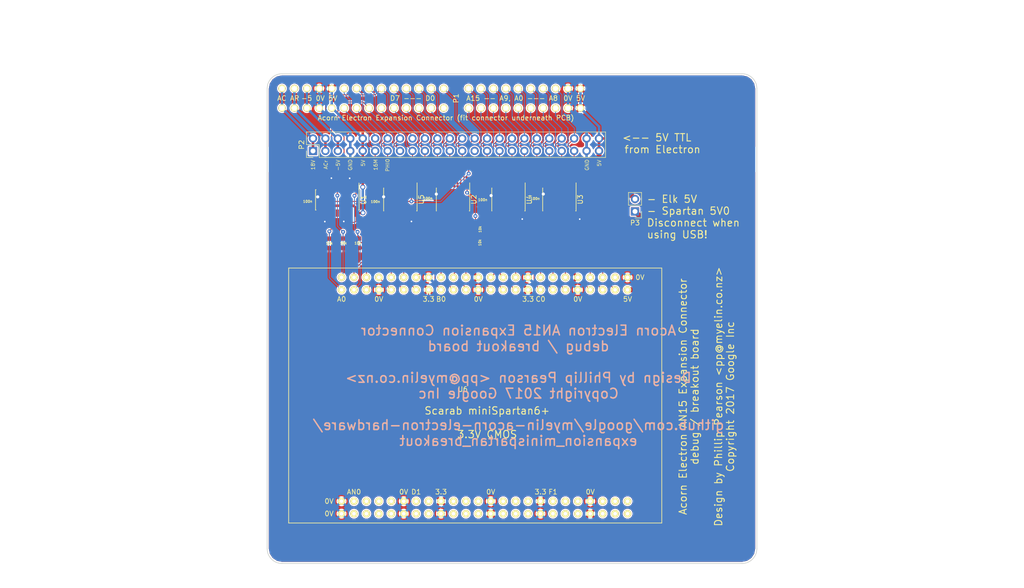
<source format=kicad_pcb>
(kicad_pcb (version 4) (host pcbnew 4.0.6)
  (layers (0 F.Cu signal) (31 B.Cu signal) (34 B.Paste user) (35 F.Paste user) (36 B.SilkS user) (37 F.SilkS user) (38 B.Mask user) (39 F.Mask user) (44 Edge.Cuts user))
  (net 0 "")
  (net 1 /18VAC)
  (net 2 /AC_RETURN)
  (net 3 /-5V)
  (net 4 /GND)
  (net 5 /5V)
  (net 6 /SOUND_OUT)
  (net 7 /16MHZ)
  (net 8 /nRST)
  (net 9 /PHI0)
  (net 10 /16MHZ_DIV13)
  (net 11 /nNMI)
  (net 12 /nIRQ)
  (net 13 /RnW)
  (net 14 /D7)
  (net 15 /D6)
  (net 16 /D5)
  (net 17 /D4)
  (net 18 /D3)
  (net 19 /D2)
  (net 20 /D1)
  (net 21 /D0)
  (net 22 /nRDY)
  (net 23 "Net-(P1-Pad28)")
  (net 24 /A15)
  (net 25 /A14)
  (net 26 /A13)
  (net 27 /A12)
  (net 28 /A11)
  (net 29 /A10)
  (net 30 /A9)
  (net 31 /A0)
  (net 32 /A1)
  (net 33 /A2)
  (net 34 /A3)
  (net 35 /A4)
  (net 36 /A5)
  (net 37 /A6)
  (net 38 /A7)
  (net 39 /A8)
  (net 40 "Net-(U1-Pad11)")
  (net 41 "Net-(U5-Pad11)")
  (net 42 "Net-(U5-Pad12)")
  (net 43 /3V3)
  (net 44 /nASSERT_nNMI)
  (net 45 /nASSERT_nIRQ)
  (net 46 /nASSERT_nRDY)
  (net 47 /DATA_READ)
  (net 48 /D7_3V)
  (net 49 /D6_3V)
  (net 50 /D5_3V)
  (net 51 /D4_3V)
  (net 52 /D3_3V)
  (net 53 /D2_3V)
  (net 54 /D1_3V)
  (net 55 /D0_3V)
  (net 56 /A1_3V)
  (net 57 /A2_3V)
  (net 58 /A3_3V)
  (net 59 /A4_3V)
  (net 60 /A5_3V)
  (net 61 /A6_3V)
  (net 62 /A7_3V)
  (net 63 /A8_3V)
  (net 64 /A15_3V)
  (net 65 /A14_3V)
  (net 66 /A13_3V)
  (net 67 /A12_3V)
  (net 68 /A11_3V)
  (net 69 /A10_3V)
  (net 70 /A9_3V)
  (net 71 /A0_3V)
  (net 72 /nRDY_3V)
  (net 73 /16MHZ_3V)
  (net 74 /PHI0_3V)
  (net 75 /nRST_3V)
  (net 76 /16MHZ_DIV13_3V)
  (net 77 /RnW_3V)
  (net 78 "Net-(P2-Pad27)")
  (net 79 /DATA_nOE)
  (net 80 "Net-(U6-PadD3)")
  (net 81 "Net-(U6-PadD2)")
  (net 82 "Net-(U6-PadD0)")
  (net 83 "Net-(U6-PadAN7)")
  (net 84 "Net-(U6-PadAN6)")
  (net 85 "Net-(U6-PadAN5)")
  (net 86 "Net-(U6-PadAN4)")
  (net 87 "Net-(U6-PadAN3)")
  (net 88 "Net-(U6-PadAN2)")
  (net 89 "Net-(U6-PadAN0)")
  (net 90 "Net-(U6-PadE0)")
  (net 91 "Net-(U6-PadE2)")
  (net 92 "Net-(U6-PadE3)")
  (net 93 "Net-(U6-PadE4)")
  (net 94 "Net-(U6-PadE5)")
  (net 95 "Net-(U6-PadE6)")
  (net 96 "Net-(U6-PadE7)")
  (net 97 "Net-(U6-PadE8)")
  (net 98 "Net-(U6-PadE9)")
  (net 99 "Net-(U6-PadE10)")
  (net 100 "Net-(U6-PadE11)")
  (net 101 "Net-(U6-PadF11)")
  (net 102 "Net-(U6-PadF10)")
  (net 103 "Net-(U6-PadF9)")
  (net 104 "Net-(U6-PadF8)")
  (net 105 "Net-(U6-PadF7)")
  (net 106 "Net-(U6-PadF6)")
  (net 107 "Net-(U6-PadF5)")
  (net 108 "Net-(U6-PadF4)")
  (net 109 "Net-(U6-PadF3)")
  (net 110 "Net-(U6-PadF2)")
  (net 111 "Net-(U6-PadF0)")
  (net 112 "Net-(U6-PadC11)")
  (net 113 /5V_scarab)
  (module Housings_SOIC:SOIC-14_3.9x8.7mm_Pitch1.27mm (layer F.Cu) (at 114.32 75.75 270)
    (fp_text reference U1 (at 0 -5.375 270) (layer F.SilkS))
    (fp_text value 74hct125d)
    (pad 1 smd rect (at -2.7 -3.81 270) (size 1.5 0.6) (layers F.Cu F.Paste F.Mask) (net 44 /nASSERT_nNMI))
    (pad 2 smd rect (at -2.7 -2.54 270) (size 1.5 0.6) (layers F.Cu F.Paste F.Mask) (net 4 /GND))
    (pad 3 smd rect (at -2.7 -1.27 270) (size 1.5 0.6) (layers F.Cu F.Paste F.Mask) (net 11 /nNMI))
    (pad 4 smd rect (at -2.7 0 270) (size 1.5 0.6) (layers F.Cu F.Paste F.Mask) (net 45 /nASSERT_nIRQ))
    (pad 5 smd rect (at -2.7 1.27 270) (size 1.5 0.6) (layers F.Cu F.Paste F.Mask) (net 4 /GND))
    (pad 6 smd rect (at -2.7 2.54 270) (size 1.5 0.6) (layers F.Cu F.Paste F.Mask) (net 12 /nIRQ))
    (pad 7 smd rect (at -2.7 3.81 270) (size 1.5 0.6) (layers F.Cu F.Paste F.Mask) (net 4 /GND))
    (pad 8 smd rect (at 2.7 3.81 270) (size 1.5 0.6) (layers F.Cu F.Paste F.Mask) (net 22 /nRDY))
    (pad 9 smd rect (at 2.7 2.54 270) (size 1.5 0.6) (layers F.Cu F.Paste F.Mask) (net 4 /GND))
    (pad 10 smd rect (at 2.7 1.27 270) (size 1.5 0.6) (layers F.Cu F.Paste F.Mask) (net 46 /nASSERT_nRDY))
    (pad 11 smd rect (at 2.7 0 270) (size 1.5 0.6) (layers F.Cu F.Paste F.Mask) (net 40 "Net-(U1-Pad11)"))
    (pad 12 smd rect (at 2.7 -1.27 270) (size 1.5 0.6) (layers F.Cu F.Paste F.Mask) (net 4 /GND))
    (pad 13 smd rect (at 2.7 -2.54 270) (size 1.5 0.6) (layers F.Cu F.Paste F.Mask) (net 5 /5V))
    (pad 14 smd rect (at 2.7 -3.81 270) (size 1.5 0.6) (layers F.Cu F.Paste F.Mask) (net 5 /5V))
  )
  (module Pin_Headers:Pin_Header_Straight_2x24_Pitch2.54mm (layer F.Cu) (at 109.35 65.75 90)
    (fp_text reference P2 (at 1.27 -2.33 90) (layer F.SilkS))
    (fp_text value CONN_02X24)
    (pad 1 thru_hole rect (at 0 0 90) (size 1.7 1.7) (drill 1) (layers *.Cu *.Mask) (net 1 /18VAC))
    (pad 2 thru_hole oval (at 2.54 0 90) (size 1.7 1.7) (drill 1) (layers *.Cu *.Mask) (net 1 /18VAC))
    (pad 3 thru_hole oval (at 0 2.54 90) (size 1.7 1.7) (drill 1) (layers *.Cu *.Mask) (net 2 /AC_RETURN))
    (pad 4 thru_hole oval (at 2.54 2.54 90) (size 1.7 1.7) (drill 1) (layers *.Cu *.Mask) (net 2 /AC_RETURN))
    (pad 5 thru_hole oval (at 0 5.08 90) (size 1.7 1.7) (drill 1) (layers *.Cu *.Mask) (net 3 /-5V))
    (pad 6 thru_hole oval (at 2.54 5.08 90) (size 1.7 1.7) (drill 1) (layers *.Cu *.Mask) (net 3 /-5V))
    (pad 7 thru_hole oval (at 0 7.62 90) (size 1.7 1.7) (drill 1) (layers *.Cu *.Mask) (net 4 /GND))
    (pad 8 thru_hole oval (at 2.54 7.62 90) (size 1.7 1.7) (drill 1) (layers *.Cu *.Mask) (net 4 /GND))
    (pad 9 thru_hole oval (at 0 10.16 90) (size 1.7 1.7) (drill 1) (layers *.Cu *.Mask) (net 5 /5V))
    (pad 10 thru_hole oval (at 2.54 10.16 90) (size 1.7 1.7) (drill 1) (layers *.Cu *.Mask) (net 5 /5V))
    (pad 11 thru_hole oval (at 0 12.7 90) (size 1.7 1.7) (drill 1) (layers *.Cu *.Mask) (net 7 /16MHZ))
    (pad 12 thru_hole oval (at 2.54 12.7 90) (size 1.7 1.7) (drill 1) (layers *.Cu *.Mask) (net 6 /SOUND_OUT))
    (pad 13 thru_hole oval (at 0 15.24 90) (size 1.7 1.7) (drill 1) (layers *.Cu *.Mask) (net 9 /PHI0))
    (pad 14 thru_hole oval (at 2.54 15.24 90) (size 1.7 1.7) (drill 1) (layers *.Cu *.Mask) (net 8 /nRST))
    (pad 15 thru_hole oval (at 0 17.78 90) (size 1.7 1.7) (drill 1) (layers *.Cu *.Mask) (net 11 /nNMI))
    (pad 16 thru_hole oval (at 2.54 17.78 90) (size 1.7 1.7) (drill 1) (layers *.Cu *.Mask) (net 10 /16MHZ_DIV13))
    (pad 17 thru_hole oval (at 0 20.32 90) (size 1.7 1.7) (drill 1) (layers *.Cu *.Mask) (net 13 /RnW))
    (pad 18 thru_hole oval (at 2.54 20.32 90) (size 1.7 1.7) (drill 1) (layers *.Cu *.Mask) (net 12 /nIRQ))
    (pad 19 thru_hole oval (at 0 22.86 90) (size 1.7 1.7) (drill 1) (layers *.Cu *.Mask) (net 15 /D6))
    (pad 20 thru_hole oval (at 2.54 22.86 90) (size 1.7 1.7) (drill 1) (layers *.Cu *.Mask) (net 14 /D7))
    (pad 21 thru_hole oval (at 0 25.4 90) (size 1.7 1.7) (drill 1) (layers *.Cu *.Mask) (net 17 /D4))
    (pad 22 thru_hole oval (at 2.54 25.4 90) (size 1.7 1.7) (drill 1) (layers *.Cu *.Mask) (net 16 /D5))
    (pad 23 thru_hole oval (at 0 27.94 90) (size 1.7 1.7) (drill 1) (layers *.Cu *.Mask) (net 19 /D2))
    (pad 24 thru_hole oval (at 2.54 27.94 90) (size 1.7 1.7) (drill 1) (layers *.Cu *.Mask) (net 18 /D3))
    (pad 25 thru_hole oval (at 0 30.48 90) (size 1.7 1.7) (drill 1) (layers *.Cu *.Mask) (net 21 /D0))
    (pad 26 thru_hole oval (at 2.54 30.48 90) (size 1.7 1.7) (drill 1) (layers *.Cu *.Mask) (net 20 /D1))
    (pad 27 thru_hole oval (at 0 33.02 90) (size 1.7 1.7) (drill 1) (layers *.Cu *.Mask) (net 78 "Net-(P2-Pad27)"))
    (pad 28 thru_hole oval (at 2.54 33.02 90) (size 1.7 1.7) (drill 1) (layers *.Cu *.Mask) (net 22 /nRDY))
    (pad 29 thru_hole oval (at 0 35.56 90) (size 1.7 1.7) (drill 1) (layers *.Cu *.Mask) (net 25 /A14))
    (pad 30 thru_hole oval (at 2.54 35.56 90) (size 1.7 1.7) (drill 1) (layers *.Cu *.Mask) (net 24 /A15))
    (pad 31 thru_hole oval (at 0 38.1 90) (size 1.7 1.7) (drill 1) (layers *.Cu *.Mask) (net 27 /A12))
    (pad 32 thru_hole oval (at 2.54 38.1 90) (size 1.7 1.7) (drill 1) (layers *.Cu *.Mask) (net 26 /A13))
    (pad 33 thru_hole oval (at 0 40.64 90) (size 1.7 1.7) (drill 1) (layers *.Cu *.Mask) (net 29 /A10))
    (pad 34 thru_hole oval (at 2.54 40.64 90) (size 1.7 1.7) (drill 1) (layers *.Cu *.Mask) (net 28 /A11))
    (pad 35 thru_hole oval (at 0 43.18 90) (size 1.7 1.7) (drill 1) (layers *.Cu *.Mask) (net 31 /A0))
    (pad 36 thru_hole oval (at 2.54 43.18 90) (size 1.7 1.7) (drill 1) (layers *.Cu *.Mask) (net 30 /A9))
    (pad 37 thru_hole oval (at 0 45.72 90) (size 1.7 1.7) (drill 1) (layers *.Cu *.Mask) (net 33 /A2))
    (pad 38 thru_hole oval (at 2.54 45.72 90) (size 1.7 1.7) (drill 1) (layers *.Cu *.Mask) (net 32 /A1))
    (pad 39 thru_hole oval (at 0 48.26 90) (size 1.7 1.7) (drill 1) (layers *.Cu *.Mask) (net 35 /A4))
    (pad 40 thru_hole oval (at 2.54 48.26 90) (size 1.7 1.7) (drill 1) (layers *.Cu *.Mask) (net 34 /A3))
    (pad 41 thru_hole oval (at 0 50.8 90) (size 1.7 1.7) (drill 1) (layers *.Cu *.Mask) (net 37 /A6))
    (pad 42 thru_hole oval (at 2.54 50.8 90) (size 1.7 1.7) (drill 1) (layers *.Cu *.Mask) (net 36 /A5))
    (pad 43 thru_hole oval (at 0 53.34 90) (size 1.7 1.7) (drill 1) (layers *.Cu *.Mask) (net 39 /A8))
    (pad 44 thru_hole oval (at 2.54 53.34 90) (size 1.7 1.7) (drill 1) (layers *.Cu *.Mask) (net 38 /A7))
    (pad 45 thru_hole oval (at 0 55.88 90) (size 1.7 1.7) (drill 1) (layers *.Cu *.Mask) (net 4 /GND))
    (pad 46 thru_hole oval (at 2.54 55.88 90) (size 1.7 1.7) (drill 1) (layers *.Cu *.Mask) (net 4 /GND))
    (pad 47 thru_hole oval (at 0 58.42 90) (size 1.7 1.7) (drill 1) (layers *.Cu *.Mask) (net 5 /5V))
    (pad 48 thru_hole oval (at 2.54 58.42 90) (size 1.7 1.7) (drill 1) (layers *.Cu *.Mask) (net 5 /5V))
  )
  (module myelin-kicad:R0805_nosilkscreen (layer F.Cu) (at 118.5 84.5925 90)
    (fp_text reference R1 hide)
    (fp_text value 10k (at 0 0 180) (layer F.SilkS) (effects (font (size 0.50038 0.50038) (thickness 0.10922))))
    (pad 1 smd rect (at -0.9525 0 90) (size 0.889 1.397) (layers F.Cu F.Paste F.Mask) (net 43 /3V3))
    (pad 2 smd rect (at 0.9525 0 90) (size 0.889 1.397) (layers F.Cu F.Paste F.Mask) (net 44 /nASSERT_nNMI))
  )
  (module myelin-kicad:R0805_nosilkscreen (layer F.Cu) (at 115.58 84.5925 90)
    (fp_text reference R2 hide)
    (fp_text value 10k (at 0 0 180) (layer F.SilkS) (effects (font (size 0.50038 0.50038) (thickness 0.10922))))
    (pad 1 smd rect (at -0.9525 0 90) (size 0.889 1.397) (layers F.Cu F.Paste F.Mask) (net 43 /3V3))
    (pad 2 smd rect (at 0.9525 0 90) (size 0.889 1.397) (layers F.Cu F.Paste F.Mask) (net 45 /nASSERT_nIRQ))
  )
  (module myelin-kicad:R0805_nosilkscreen (layer F.Cu) (at 112.69 84.6225 270)
    (fp_text reference R3 hide)
    (fp_text value 10k (at 0 0 360) (layer F.SilkS) (effects (font (size 0.50038 0.50038) (thickness 0.10922))))
    (pad 1 smd rect (at -0.9525 0 270) (size 0.889 1.397) (layers F.Cu F.Paste F.Mask) (net 46 /nASSERT_nRDY))
    (pad 2 smd rect (at 0.9525 0 270) (size 0.889 1.397) (layers F.Cu F.Paste F.Mask) (net 43 /3V3))
  )
  (module myelin-kicad:R0805_nosilkscreen (layer F.Cu) (at 143.4825 81.75 180)
    (fp_text reference R4 hide)
    (fp_text value 10k (at 0 0 270) (layer F.SilkS) (effects (font (size 0.50038 0.50038) (thickness 0.10922))))
    (pad 1 smd rect (at -0.9525 0 180) (size 0.889 1.397) (layers F.Cu F.Paste F.Mask) (net 43 /3V3))
    (pad 2 smd rect (at 0.9525 0 180) (size 0.889 1.397) (layers F.Cu F.Paste F.Mask) (net 47 /DATA_READ))
  )
  (module myelin-kicad:acorn_electron_48pin_expansion_connector (layer F.Cu) (at 150 56)
    (fp_text reference P1 (at -11.42 -1 90) (layer F.SilkS))
    (fp_text value "Acorn Electron Expansion Connector (fit connector underneath PCB)" (at -13.5 3) (layer F.SilkS))
    (fp_text user "A15 -- A9, A0 --- A8" (at 0.01 -1) (layer F.SilkS))
    (fp_text user "D7 --- D0" (at -20.31 -1) (layer F.SilkS))
    (fp_text user "-5 0V 5V" (at -39.36 -1) (layer F.SilkS))
    (fp_text user "AC AR" (at -45.71 -1) (layer F.SilkS))
    (fp_text user "0V 5V" (at 12.71 -1) (layer F.SilkS))
    (pad 1 thru_hole circle (at -46.98 -3) (size 1.524 1.524) (drill 1.016) (layers *.Cu *.Mask F.SilkS) (net 1 /18VAC))
    (pad 2 thru_hole circle (at -46.98 1) (size 1.524 1.524) (drill 1.016) (layers *.Cu *.Mask F.SilkS) (net 1 /18VAC))
    (pad 3 thru_hole circle (at -44.44 -3) (size 1.524 1.524) (drill 1.016) (layers *.Cu *.Mask F.SilkS) (net 2 /AC_RETURN))
    (pad 4 thru_hole circle (at -44.44 1) (size 1.524 1.524) (drill 1.016) (layers *.Cu *.Mask F.SilkS) (net 2 /AC_RETURN))
    (pad 5 thru_hole circle (at -41.9 -3) (size 1.524 1.524) (drill 1.016) (layers *.Cu *.Mask F.SilkS) (net 3 /-5V))
    (pad 6 thru_hole circle (at -41.9 1) (size 1.524 1.524) (drill 1.016) (layers *.Cu *.Mask F.SilkS) (net 3 /-5V))
    (pad 7 thru_hole circle (at -39.36 -3) (size 1.524 1.524) (drill 1.016) (layers *.Cu *.Mask F.SilkS) (net 4 /GND))
    (pad 8 thru_hole circle (at -39.36 1) (size 1.524 1.524) (drill 1.016) (layers *.Cu *.Mask F.SilkS) (net 4 /GND))
    (pad 9 thru_hole circle (at -36.82 -3) (size 1.524 1.524) (drill 1.016) (layers *.Cu *.Mask F.SilkS) (net 5 /5V))
    (pad 10 thru_hole circle (at -36.82 1) (size 1.524 1.524) (drill 1.016) (layers *.Cu *.Mask F.SilkS) (net 5 /5V))
    (pad 11 thru_hole circle (at -34.28 -3) (size 1.524 1.524) (drill 1.016) (layers *.Cu *.Mask F.SilkS) (net 6 /SOUND_OUT))
    (pad 12 thru_hole circle (at -34.28 1) (size 1.524 1.524) (drill 1.016) (layers *.Cu *.Mask F.SilkS) (net 7 /16MHZ))
    (pad 13 thru_hole circle (at -31.74 -3) (size 1.524 1.524) (drill 1.016) (layers *.Cu *.Mask F.SilkS) (net 8 /nRST))
    (pad 14 thru_hole circle (at -31.74 1) (size 1.524 1.524) (drill 1.016) (layers *.Cu *.Mask F.SilkS) (net 9 /PHI0))
    (pad 15 thru_hole circle (at -29.2 -3) (size 1.524 1.524) (drill 1.016) (layers *.Cu *.Mask F.SilkS) (net 10 /16MHZ_DIV13))
    (pad 16 thru_hole circle (at -29.2 1) (size 1.524 1.524) (drill 1.016) (layers *.Cu *.Mask F.SilkS) (net 11 /nNMI))
    (pad 17 thru_hole circle (at -26.66 -3) (size 1.524 1.524) (drill 1.016) (layers *.Cu *.Mask F.SilkS) (net 12 /nIRQ))
    (pad 18 thru_hole circle (at -26.66 1) (size 1.524 1.524) (drill 1.016) (layers *.Cu *.Mask F.SilkS) (net 13 /RnW))
    (pad 19 thru_hole circle (at -24.12 -3) (size 1.524 1.524) (drill 1.016) (layers *.Cu *.Mask F.SilkS) (net 14 /D7))
    (pad 20 thru_hole circle (at -24.12 1) (size 1.524 1.524) (drill 1.016) (layers *.Cu *.Mask F.SilkS) (net 15 /D6))
    (pad 21 thru_hole circle (at -21.58 -3) (size 1.524 1.524) (drill 1.016) (layers *.Cu *.Mask F.SilkS) (net 16 /D5))
    (pad 22 thru_hole circle (at -21.58 1) (size 1.524 1.524) (drill 1.016) (layers *.Cu *.Mask F.SilkS) (net 17 /D4))
    (pad 23 thru_hole circle (at -19.04 -3) (size 1.524 1.524) (drill 1.016) (layers *.Cu *.Mask F.SilkS) (net 18 /D3))
    (pad 24 thru_hole circle (at -19.04 1) (size 1.524 1.524) (drill 1.016) (layers *.Cu *.Mask F.SilkS) (net 19 /D2))
    (pad 25 thru_hole circle (at -16.5 -3) (size 1.524 1.524) (drill 1.016) (layers *.Cu *.Mask F.SilkS) (net 20 /D1))
    (pad 26 thru_hole circle (at -16.5 1) (size 1.524 1.524) (drill 1.016) (layers *.Cu *.Mask F.SilkS) (net 21 /D0))
    (pad 27 thru_hole circle (at -13.96 -3) (size 1.524 1.524) (drill 1.016) (layers *.Cu *.Mask F.SilkS) (net 22 /nRDY))
    (pad 28 thru_hole circle (at -13.96 1) (size 1.524 1.524) (drill 1.016) (layers *.Cu *.Mask F.SilkS) (net 23 "Net-(P1-Pad28)"))
    (pad 31 thru_hole circle (at -8.88 -3) (size 1.524 1.524) (drill 1.016) (layers *.Cu *.Mask F.SilkS) (net 24 /A15))
    (pad 32 thru_hole circle (at -8.88 1) (size 1.524 1.524) (drill 1.016) (layers *.Cu *.Mask F.SilkS) (net 25 /A14))
    (pad 33 thru_hole circle (at -6.34 -3) (size 1.524 1.524) (drill 1.016) (layers *.Cu *.Mask F.SilkS) (net 26 /A13))
    (pad 34 thru_hole circle (at -6.34 1) (size 1.524 1.524) (drill 1.016) (layers *.Cu *.Mask F.SilkS) (net 27 /A12))
    (pad 35 thru_hole circle (at -3.8 -3) (size 1.524 1.524) (drill 1.016) (layers *.Cu *.Mask F.SilkS) (net 28 /A11))
    (pad 36 thru_hole circle (at -3.8 1) (size 1.524 1.524) (drill 1.016) (layers *.Cu *.Mask F.SilkS) (net 29 /A10))
    (pad 37 thru_hole circle (at -1.26 -3) (size 1.524 1.524) (drill 1.016) (layers *.Cu *.Mask F.SilkS) (net 30 /A9))
    (pad 38 thru_hole circle (at -1.26 1) (size 1.524 1.524) (drill 1.016) (layers *.Cu *.Mask F.SilkS) (net 31 /A0))
    (pad 39 thru_hole circle (at 1.28 -3) (size 1.524 1.524) (drill 1.016) (layers *.Cu *.Mask F.SilkS) (net 32 /A1))
    (pad 40 thru_hole circle (at 1.28 1) (size 1.524 1.524) (drill 1.016) (layers *.Cu *.Mask F.SilkS) (net 33 /A2))
    (pad 41 thru_hole circle (at 3.82 -3) (size 1.524 1.524) (drill 1.016) (layers *.Cu *.Mask F.SilkS) (net 34 /A3))
    (pad 42 thru_hole circle (at 3.82 1) (size 1.524 1.524) (drill 1.016) (layers *.Cu *.Mask F.SilkS) (net 35 /A4))
    (pad 43 thru_hole circle (at 6.36 -3) (size 1.524 1.524) (drill 1.016) (layers *.Cu *.Mask F.SilkS) (net 36 /A5))
    (pad 44 thru_hole circle (at 6.36 1) (size 1.524 1.524) (drill 1.016) (layers *.Cu *.Mask F.SilkS) (net 37 /A6))
    (pad 45 thru_hole circle (at 8.9 -3) (size 1.524 1.524) (drill 1.016) (layers *.Cu *.Mask F.SilkS) (net 38 /A7))
    (pad 46 thru_hole circle (at 8.9 1) (size 1.524 1.524) (drill 1.016) (layers *.Cu *.Mask F.SilkS) (net 39 /A8))
    (pad 47 thru_hole circle (at 11.44 -3) (size 1.524 1.524) (drill 1.016) (layers *.Cu *.Mask F.SilkS) (net 4 /GND))
    (pad 48 thru_hole circle (at 11.44 1) (size 1.524 1.524) (drill 1.016) (layers *.Cu *.Mask F.SilkS) (net 4 /GND))
    (pad 49 thru_hole circle (at 13.98 -3) (size 1.524 1.524) (drill 1.016) (layers *.Cu *.Mask F.SilkS) (net 5 /5V))
    (pad 50 thru_hole circle (at 13.98 1) (size 1.524 1.524) (drill 1.016) (layers *.Cu *.Mask F.SilkS) (net 5 /5V))
  )
  (module Housings_SSOP:SSOP-20_4.4x6.5mm_Pitch0.65mm (layer F.Cu) (at 137.91 75.67 270)
    (fp_text reference U2 (at 0 -4.3 270) (layer F.SilkS))
    (fp_text value "74LVC245 D0-7")
    (pad 1 smd rect (at -2.9 -2.925 270) (size 1 0.4) (layers F.Cu F.Paste F.Mask) (net 47 /DATA_READ))
    (pad 2 smd rect (at -2.9 -2.275 270) (size 1 0.4) (layers F.Cu F.Paste F.Mask) (net 21 /D0))
    (pad 3 smd rect (at -2.9 -1.625 270) (size 1 0.4) (layers F.Cu F.Paste F.Mask) (net 20 /D1))
    (pad 4 smd rect (at -2.9 -0.975 270) (size 1 0.4) (layers F.Cu F.Paste F.Mask) (net 19 /D2))
    (pad 5 smd rect (at -2.9 -0.325 270) (size 1 0.4) (layers F.Cu F.Paste F.Mask) (net 18 /D3))
    (pad 6 smd rect (at -2.9 0.325 270) (size 1 0.4) (layers F.Cu F.Paste F.Mask) (net 17 /D4))
    (pad 7 smd rect (at -2.9 0.975 270) (size 1 0.4) (layers F.Cu F.Paste F.Mask) (net 16 /D5))
    (pad 8 smd rect (at -2.9 1.625 270) (size 1 0.4) (layers F.Cu F.Paste F.Mask) (net 15 /D6))
    (pad 9 smd rect (at -2.9 2.275 270) (size 1 0.4) (layers F.Cu F.Paste F.Mask) (net 14 /D7))
    (pad 10 smd rect (at -2.9 2.925 270) (size 1 0.4) (layers F.Cu F.Paste F.Mask) (net 4 /GND))
    (pad 11 smd rect (at 2.9 2.925 270) (size 1 0.4) (layers F.Cu F.Paste F.Mask) (net 48 /D7_3V))
    (pad 12 smd rect (at 2.9 2.275 270) (size 1 0.4) (layers F.Cu F.Paste F.Mask) (net 49 /D6_3V))
    (pad 13 smd rect (at 2.9 1.625 270) (size 1 0.4) (layers F.Cu F.Paste F.Mask) (net 50 /D5_3V))
    (pad 14 smd rect (at 2.9 0.975 270) (size 1 0.4) (layers F.Cu F.Paste F.Mask) (net 51 /D4_3V))
    (pad 15 smd rect (at 2.9 0.325 270) (size 1 0.4) (layers F.Cu F.Paste F.Mask) (net 52 /D3_3V))
    (pad 16 smd rect (at 2.9 -0.325 270) (size 1 0.4) (layers F.Cu F.Paste F.Mask) (net 53 /D2_3V))
    (pad 17 smd rect (at 2.9 -0.975 270) (size 1 0.4) (layers F.Cu F.Paste F.Mask) (net 54 /D1_3V))
    (pad 18 smd rect (at 2.9 -1.625 270) (size 1 0.4) (layers F.Cu F.Paste F.Mask) (net 55 /D0_3V))
    (pad 19 smd rect (at 2.9 -2.275 270) (size 1 0.4) (layers F.Cu F.Paste F.Mask) (net 79 /DATA_nOE))
    (pad 20 smd rect (at 2.9 -2.925 270) (size 1 0.4) (layers F.Cu F.Paste F.Mask) (net 43 /3V3))
  )
  (module Housings_SSOP:SSOP-20_4.4x6.5mm_Pitch0.65mm (layer F.Cu) (at 159.64 75.67 270)
    (fp_text reference U3 (at 0 -4.3 270) (layer F.SilkS))
    (fp_text value "74LVC245 A0-7")
    (pad 1 smd rect (at -2.9 -2.925 270) (size 1 0.4) (layers F.Cu F.Paste F.Mask) (net 43 /3V3))
    (pad 2 smd rect (at -2.9 -2.275 270) (size 1 0.4) (layers F.Cu F.Paste F.Mask) (net 39 /A8))
    (pad 3 smd rect (at -2.9 -1.625 270) (size 1 0.4) (layers F.Cu F.Paste F.Mask) (net 38 /A7))
    (pad 4 smd rect (at -2.9 -0.975 270) (size 1 0.4) (layers F.Cu F.Paste F.Mask) (net 37 /A6))
    (pad 5 smd rect (at -2.9 -0.325 270) (size 1 0.4) (layers F.Cu F.Paste F.Mask) (net 36 /A5))
    (pad 6 smd rect (at -2.9 0.325 270) (size 1 0.4) (layers F.Cu F.Paste F.Mask) (net 35 /A4))
    (pad 7 smd rect (at -2.9 0.975 270) (size 1 0.4) (layers F.Cu F.Paste F.Mask) (net 34 /A3))
    (pad 8 smd rect (at -2.9 1.625 270) (size 1 0.4) (layers F.Cu F.Paste F.Mask) (net 33 /A2))
    (pad 9 smd rect (at -2.9 2.275 270) (size 1 0.4) (layers F.Cu F.Paste F.Mask) (net 32 /A1))
    (pad 10 smd rect (at -2.9 2.925 270) (size 1 0.4) (layers F.Cu F.Paste F.Mask) (net 4 /GND))
    (pad 11 smd rect (at 2.9 2.925 270) (size 1 0.4) (layers F.Cu F.Paste F.Mask) (net 56 /A1_3V))
    (pad 12 smd rect (at 2.9 2.275 270) (size 1 0.4) (layers F.Cu F.Paste F.Mask) (net 57 /A2_3V))
    (pad 13 smd rect (at 2.9 1.625 270) (size 1 0.4) (layers F.Cu F.Paste F.Mask) (net 58 /A3_3V))
    (pad 14 smd rect (at 2.9 0.975 270) (size 1 0.4) (layers F.Cu F.Paste F.Mask) (net 59 /A4_3V))
    (pad 15 smd rect (at 2.9 0.325 270) (size 1 0.4) (layers F.Cu F.Paste F.Mask) (net 60 /A5_3V))
    (pad 16 smd rect (at 2.9 -0.325 270) (size 1 0.4) (layers F.Cu F.Paste F.Mask) (net 61 /A6_3V))
    (pad 17 smd rect (at 2.9 -0.975 270) (size 1 0.4) (layers F.Cu F.Paste F.Mask) (net 62 /A7_3V))
    (pad 18 smd rect (at 2.9 -1.625 270) (size 1 0.4) (layers F.Cu F.Paste F.Mask) (net 63 /A8_3V))
    (pad 19 smd rect (at 2.9 -2.275 270) (size 1 0.4) (layers F.Cu F.Paste F.Mask) (net 4 /GND))
    (pad 20 smd rect (at 2.9 -2.925 270) (size 1 0.4) (layers F.Cu F.Paste F.Mask) (net 43 /3V3))
  )
  (module Housings_SSOP:SSOP-20_4.4x6.5mm_Pitch0.65mm (layer F.Cu) (at 149.24 75.67 270)
    (fp_text reference U4 (at 0 -4.3 270) (layer F.SilkS))
    (fp_text value "74LVC245 A8-15")
    (pad 1 smd rect (at -2.9 -2.925 270) (size 1 0.4) (layers F.Cu F.Paste F.Mask) (net 43 /3V3))
    (pad 2 smd rect (at -2.9 -2.275 270) (size 1 0.4) (layers F.Cu F.Paste F.Mask) (net 31 /A0))
    (pad 3 smd rect (at -2.9 -1.625 270) (size 1 0.4) (layers F.Cu F.Paste F.Mask) (net 30 /A9))
    (pad 4 smd rect (at -2.9 -0.975 270) (size 1 0.4) (layers F.Cu F.Paste F.Mask) (net 29 /A10))
    (pad 5 smd rect (at -2.9 -0.325 270) (size 1 0.4) (layers F.Cu F.Paste F.Mask) (net 28 /A11))
    (pad 6 smd rect (at -2.9 0.325 270) (size 1 0.4) (layers F.Cu F.Paste F.Mask) (net 27 /A12))
    (pad 7 smd rect (at -2.9 0.975 270) (size 1 0.4) (layers F.Cu F.Paste F.Mask) (net 26 /A13))
    (pad 8 smd rect (at -2.9 1.625 270) (size 1 0.4) (layers F.Cu F.Paste F.Mask) (net 25 /A14))
    (pad 9 smd rect (at -2.9 2.275 270) (size 1 0.4) (layers F.Cu F.Paste F.Mask) (net 24 /A15))
    (pad 10 smd rect (at -2.9 2.925 270) (size 1 0.4) (layers F.Cu F.Paste F.Mask) (net 4 /GND))
    (pad 11 smd rect (at 2.9 2.925 270) (size 1 0.4) (layers F.Cu F.Paste F.Mask) (net 64 /A15_3V))
    (pad 12 smd rect (at 2.9 2.275 270) (size 1 0.4) (layers F.Cu F.Paste F.Mask) (net 65 /A14_3V))
    (pad 13 smd rect (at 2.9 1.625 270) (size 1 0.4) (layers F.Cu F.Paste F.Mask) (net 66 /A13_3V))
    (pad 14 smd rect (at 2.9 0.975 270) (size 1 0.4) (layers F.Cu F.Paste F.Mask) (net 67 /A12_3V))
    (pad 15 smd rect (at 2.9 0.325 270) (size 1 0.4) (layers F.Cu F.Paste F.Mask) (net 68 /A11_3V))
    (pad 16 smd rect (at 2.9 -0.325 270) (size 1 0.4) (layers F.Cu F.Paste F.Mask) (net 69 /A10_3V))
    (pad 17 smd rect (at 2.9 -0.975 270) (size 1 0.4) (layers F.Cu F.Paste F.Mask) (net 70 /A9_3V))
    (pad 18 smd rect (at 2.9 -1.625 270) (size 1 0.4) (layers F.Cu F.Paste F.Mask) (net 71 /A0_3V))
    (pad 19 smd rect (at 2.9 -2.275 270) (size 1 0.4) (layers F.Cu F.Paste F.Mask) (net 4 /GND))
    (pad 20 smd rect (at 2.9 -2.925 270) (size 1 0.4) (layers F.Cu F.Paste F.Mask) (net 43 /3V3))
  )
  (module Housings_SSOP:SSOP-20_4.4x6.5mm_Pitch0.65mm (layer F.Cu) (at 127.16 75.67 270)
    (fp_text reference U5 (at 0 -4.3 270) (layer F.SilkS))
    (fp_text value 74LVC245)
    (pad 1 smd rect (at -2.9 -2.925 270) (size 1 0.4) (layers F.Cu F.Paste F.Mask) (net 43 /3V3))
    (pad 2 smd rect (at -2.9 -2.275 270) (size 1 0.4) (layers F.Cu F.Paste F.Mask) (net 22 /nRDY))
    (pad 3 smd rect (at -2.9 -1.625 270) (size 1 0.4) (layers F.Cu F.Paste F.Mask) (net 13 /RnW))
    (pad 4 smd rect (at -2.9 -0.975 270) (size 1 0.4) (layers F.Cu F.Paste F.Mask) (net 10 /16MHZ_DIV13))
    (pad 5 smd rect (at -2.9 -0.325 270) (size 1 0.4) (layers F.Cu F.Paste F.Mask) (net 9 /PHI0))
    (pad 6 smd rect (at -2.9 0.325 270) (size 1 0.4) (layers F.Cu F.Paste F.Mask) (net 8 /nRST))
    (pad 7 smd rect (at -2.9 0.975 270) (size 1 0.4) (layers F.Cu F.Paste F.Mask) (net 7 /16MHZ))
    (pad 8 smd rect (at -2.9 1.625 270) (size 1 0.4) (layers F.Cu F.Paste F.Mask) (net 4 /GND))
    (pad 9 smd rect (at -2.9 2.275 270) (size 1 0.4) (layers F.Cu F.Paste F.Mask) (net 4 /GND))
    (pad 10 smd rect (at -2.9 2.925 270) (size 1 0.4) (layers F.Cu F.Paste F.Mask) (net 4 /GND))
    (pad 11 smd rect (at 2.9 2.925 270) (size 1 0.4) (layers F.Cu F.Paste F.Mask) (net 41 "Net-(U5-Pad11)"))
    (pad 12 smd rect (at 2.9 2.275 270) (size 1 0.4) (layers F.Cu F.Paste F.Mask) (net 42 "Net-(U5-Pad12)"))
    (pad 13 smd rect (at 2.9 1.625 270) (size 1 0.4) (layers F.Cu F.Paste F.Mask) (net 73 /16MHZ_3V))
    (pad 14 smd rect (at 2.9 0.975 270) (size 1 0.4) (layers F.Cu F.Paste F.Mask) (net 75 /nRST_3V))
    (pad 15 smd rect (at 2.9 0.325 270) (size 1 0.4) (layers F.Cu F.Paste F.Mask) (net 74 /PHI0_3V))
    (pad 16 smd rect (at 2.9 -0.325 270) (size 1 0.4) (layers F.Cu F.Paste F.Mask) (net 76 /16MHZ_DIV13_3V))
    (pad 17 smd rect (at 2.9 -0.975 270) (size 1 0.4) (layers F.Cu F.Paste F.Mask) (net 77 /RnW_3V))
    (pad 18 smd rect (at 2.9 -1.625 270) (size 1 0.4) (layers F.Cu F.Paste F.Mask) (net 72 /nRDY_3V))
    (pad 19 smd rect (at 2.9 -2.275 270) (size 1 0.4) (layers F.Cu F.Paste F.Mask) (net 4 /GND))
    (pad 20 smd rect (at 2.9 -2.925 270) (size 1 0.4) (layers F.Cu F.Paste F.Mask) (net 43 /3V3))
  )
  (module myelin-kicad:C0805_nosilkscreen (layer F.Cu) (at 108.27 76.0675 90)
    (fp_text reference C1 hide)
    (fp_text value 100n (at 0 0 180) (layer F.SilkS) (effects (font (size 0.50038 0.50038) (thickness 0.10922))))
    (pad 1 smd rect (at -0.9525 0 90) (size 0.889 1.397) (layers F.Cu F.Paste F.Mask) (net 5 /5V))
    (pad 2 smd rect (at 0.9525 0 90) (size 0.889 1.397) (layers F.Cu F.Paste F.Mask) (net 4 /GND))
  )
  (module myelin-kicad:C0805_nosilkscreen (layer F.Cu) (at 122.1 76.1225 90)
    (fp_text reference C2 hide)
    (fp_text value 100n (at 0 0 180) (layer F.SilkS) (effects (font (size 0.50038 0.50038) (thickness 0.10922))))
    (pad 1 smd rect (at -0.9525 0 90) (size 0.889 1.397) (layers F.Cu F.Paste F.Mask) (net 43 /3V3))
    (pad 2 smd rect (at 0.9525 0 90) (size 0.889 1.397) (layers F.Cu F.Paste F.Mask) (net 4 /GND))
  )
  (module myelin-kicad:C0805_nosilkscreen (layer F.Cu) (at 132.82 75.4525 90)
    (fp_text reference C3 hide)
    (fp_text value 100n (at 0 0 180) (layer F.SilkS) (effects (font (size 0.50038 0.50038) (thickness 0.10922))))
    (pad 1 smd rect (at -0.9525 0 90) (size 0.889 1.397) (layers F.Cu F.Paste F.Mask) (net 43 /3V3))
    (pad 2 smd rect (at 0.9525 0 90) (size 0.889 1.397) (layers F.Cu F.Paste F.Mask) (net 4 /GND))
  )
  (module myelin-kicad:C0805_nosilkscreen (layer F.Cu) (at 144.02 75.7425 90)
    (fp_text reference C4 hide)
    (fp_text value 100n (at 0 0 180) (layer F.SilkS) (effects (font (size 0.50038 0.50038) (thickness 0.10922))))
    (pad 1 smd rect (at -0.9525 0 90) (size 0.889 1.397) (layers F.Cu F.Paste F.Mask) (net 43 /3V3))
    (pad 2 smd rect (at 0.9525 0 90) (size 0.889 1.397) (layers F.Cu F.Paste F.Mask) (net 4 /GND))
  )
  (module myelin-kicad:C0805_nosilkscreen (layer F.Cu) (at 154.72 75.5025 90)
    (fp_text reference C5 hide)
    (fp_text value 100n (at 0 0 180) (layer F.SilkS) (effects (font (size 0.50038 0.50038) (thickness 0.10922))))
    (pad 1 smd rect (at -0.9525 0 90) (size 0.889 1.397) (layers F.Cu F.Paste F.Mask) (net 43 /3V3))
    (pad 2 smd rect (at 0.9525 0 90) (size 0.889 1.397) (layers F.Cu F.Paste F.Mask) (net 4 /GND))
  )
  (module myelin-kicad:R0805_nosilkscreen (layer F.Cu) (at 143.4425 84.47 180)
    (fp_text reference R5 hide)
    (fp_text value 10k (at 0 0 270) (layer F.SilkS) (effects (font (size 0.50038 0.50038) (thickness 0.10922))))
    (pad 1 smd rect (at -0.9525 0 180) (size 0.889 1.397) (layers F.Cu F.Paste F.Mask) (net 43 /3V3))
    (pad 2 smd rect (at 0.9525 0 180) (size 0.889 1.397) (layers F.Cu F.Paste F.Mask) (net 79 /DATA_nOE))
  )
  (module Pin_Headers:Pin_Header_Straight_1x02_Pitch2.54mm (layer F.Cu) (at 175.12 78.11 180)
    (fp_text reference P3 (at 0 -2.33 180) (layer F.SilkS))
    (fp_text value "5V / 5V0")
    (pad 1 thru_hole rect (at 0 0 180) (size 1.7 1.7) (drill 1) (layers *.Cu *.Mask) (net 113 /5V_scarab))
    (pad 2 thru_hole oval (at 0 2.54 180) (size 1.7 1.7) (drill 1) (layers *.Cu *.Mask) (net 5 /5V))
  )
  (module myelin-kicad:scarab_mini_spartan_6_lx25 (layer F.Cu) (at 104.385 141.11)
    (fp_text reference U6 (at 35.56 -26.67) (layer F.SilkS))
    (fp_text value scarab_mini_spartan_6_lx25)
    (fp_text user F1 (at 53.975 -5.715) (layer F.SilkS))
    (fp_text user 0V (at 61.595 -5.715) (layer F.SilkS))
    (fp_text user 3.3 (at 51.435 -5.715) (layer F.SilkS))
    (fp_text user 3.3 (at 31.115 -5.715) (layer F.SilkS))
    (fp_text user 0V (at 41.275 -5.715) (layer F.SilkS))
    (fp_text user D1 (at 26.035 -5.715) (layer F.SilkS))
    (fp_text user 0V (at 8.255 -1.27) (layer F.SilkS))
    (fp_text user 0V (at 23.495 -5.715) (layer F.SilkS))
    (fp_text user AN0 (at 13.335 -5.715) (layer F.SilkS))
    (fp_text user 0V (at 8.255 -3.81) (layer F.SilkS))
    (fp_text user 0V (at 71.755 -49.53) (layer F.SilkS))
    (fp_text user 5V (at 69.215 -45.085) (layer F.SilkS))
    (fp_text user 0V (at 59.055 -45.085) (layer F.SilkS))
    (fp_text user C0 (at 51.435 -45.085) (layer F.SilkS))
    (fp_text user 3.3 (at 48.895 -45.085) (layer F.SilkS))
    (fp_text user 0V (at 38.735 -45.085) (layer F.SilkS))
    (fp_text user B0 (at 31.115 -45.085) (layer F.SilkS))
    (fp_text user 3.3 (at 28.575 -45.085) (layer F.SilkS))
    (fp_text user 0V (at 18.415 -45.085) (layer F.SilkS))
    (fp_text user A0 (at 10.795 -45.085) (layer F.SilkS))
    (pad D3 thru_hole circle (at 28.575 -3.81) (size 1.524 1.524) (drill 0.762) (layers *.Cu *.Mask F.SilkS) (net 80 "Net-(U6-PadD3)"))
    (pad D2 thru_hole circle (at 28.575 -1.27) (size 1.524 1.524) (drill 0.762) (layers *.Cu *.Mask F.SilkS) (net 81 "Net-(U6-PadD2)"))
    (pad D1 thru_hole circle (at 26.035 -3.81) (size 1.524 1.524) (drill 0.762) (layers *.Cu *.Mask F.SilkS))
    (pad D0 thru_hole circle (at 26.035 -1.27) (size 1.524 1.524) (drill 0.762) (layers *.Cu *.Mask F.SilkS) (net 82 "Net-(U6-PadD0)"))
    (pad GNDj thru_hole circle (at 23.495 -3.81) (size 1.524 1.524) (drill 0.762) (layers *.Cu *.Mask F.SilkS) (net 4 /GND))
    (pad GNDi thru_hole circle (at 23.495 -1.27) (size 1.524 1.524) (drill 0.762) (layers *.Cu *.Mask F.SilkS) (net 4 /GND))
    (pad AN6 thru_hole circle (at 20.955 -3.81) (size 1.524 1.524) (drill 0.762) (layers *.Cu *.Mask F.SilkS) (net 84 "Net-(U6-PadAN6)"))
    (pad AN7 thru_hole circle (at 20.955 -1.27) (size 1.524 1.524) (drill 0.762) (layers *.Cu *.Mask F.SilkS) (net 83 "Net-(U6-PadAN7)"))
    (pad AN4 thru_hole circle (at 18.415 -3.81) (size 1.524 1.524) (drill 0.762) (layers *.Cu *.Mask F.SilkS) (net 86 "Net-(U6-PadAN4)"))
    (pad AN5 thru_hole circle (at 18.415 -1.27) (size 1.524 1.524) (drill 0.762) (layers *.Cu *.Mask F.SilkS) (net 85 "Net-(U6-PadAN5)"))
    (pad AN2 thru_hole circle (at 15.875 -3.81) (size 1.524 1.524) (drill 0.762) (layers *.Cu *.Mask F.SilkS) (net 88 "Net-(U6-PadAN2)"))
    (pad AN3 thru_hole circle (at 15.875 -1.27) (size 1.524 1.524) (drill 0.762) (layers *.Cu *.Mask F.SilkS) (net 87 "Net-(U6-PadAN3)"))
    (pad AN0 thru_hole circle (at 13.335 -3.81) (size 1.524 1.524) (drill 0.762) (layers *.Cu *.Mask F.SilkS) (net 89 "Net-(U6-PadAN0)"))
    (pad AN1 thru_hole circle (at 13.335 -1.27) (size 1.524 1.524) (drill 0.762) (layers *.Cu *.Mask F.SilkS))
    (pad GNDg thru_hole circle (at 10.795 -3.81) (size 1.524 1.524) (drill 0.762) (layers *.Cu *.Mask F.SilkS) (net 4 /GND))
    (pad GNDh thru_hole circle (at 10.795 -1.27) (size 1.524 1.524) (drill 0.762) (layers *.Cu *.Mask F.SilkS) (net 4 /GND))
    (pad GNDk thru_hole circle (at 31.115 -1.27) (size 1.524 1.524) (drill 0.762) (layers *.Cu *.Mask F.SilkS) (net 4 /GND))
    (pad 3V3f thru_hole circle (at 31.115 -3.81) (size 1.524 1.524) (drill 0.762) (layers *.Cu *.Mask F.SilkS) (net 43 /3V3))
    (pad E0 thru_hole circle (at 33.655 -1.27) (size 1.524 1.524) (drill 0.762) (layers *.Cu *.Mask F.SilkS) (net 90 "Net-(U6-PadE0)"))
    (pad E1 thru_hole circle (at 33.655 -3.81) (size 1.524 1.524) (drill 0.762) (layers *.Cu *.Mask F.SilkS))
    (pad E2 thru_hole circle (at 36.195 -1.27) (size 1.524 1.524) (drill 0.762) (layers *.Cu *.Mask F.SilkS) (net 91 "Net-(U6-PadE2)"))
    (pad E3 thru_hole circle (at 36.195 -3.81) (size 1.524 1.524) (drill 0.762) (layers *.Cu *.Mask F.SilkS) (net 92 "Net-(U6-PadE3)"))
    (pad E4 thru_hole circle (at 38.735 -1.27) (size 1.524 1.524) (drill 0.762) (layers *.Cu *.Mask F.SilkS) (net 93 "Net-(U6-PadE4)"))
    (pad E5 thru_hole circle (at 38.735 -3.81) (size 1.524 1.524) (drill 0.762) (layers *.Cu *.Mask F.SilkS) (net 94 "Net-(U6-PadE5)"))
    (pad 3V3g thru_hole circle (at 41.275 -1.27) (size 1.524 1.524) (drill 0.762) (layers *.Cu *.Mask F.SilkS) (net 43 /3V3))
    (pad GNDl thru_hole circle (at 41.275 -3.81) (size 1.524 1.524) (drill 0.762) (layers *.Cu *.Mask F.SilkS) (net 4 /GND))
    (pad E6 thru_hole circle (at 43.815 -1.27) (size 1.524 1.524) (drill 0.762) (layers *.Cu *.Mask F.SilkS) (net 95 "Net-(U6-PadE6)"))
    (pad E7 thru_hole circle (at 43.815 -3.81) (size 1.524 1.524) (drill 0.762) (layers *.Cu *.Mask F.SilkS) (net 96 "Net-(U6-PadE7)"))
    (pad E8 thru_hole circle (at 46.355 -1.27) (size 1.524 1.524) (drill 0.762) (layers *.Cu *.Mask F.SilkS) (net 97 "Net-(U6-PadE8)"))
    (pad E9 thru_hole circle (at 46.355 -3.81) (size 1.524 1.524) (drill 0.762) (layers *.Cu *.Mask F.SilkS) (net 98 "Net-(U6-PadE9)"))
    (pad E10 thru_hole circle (at 48.895 -1.27) (size 1.524 1.524) (drill 0.762) (layers *.Cu *.Mask F.SilkS) (net 99 "Net-(U6-PadE10)"))
    (pad E11 thru_hole circle (at 48.895 -3.81) (size 1.524 1.524) (drill 0.762) (layers *.Cu *.Mask F.SilkS) (net 100 "Net-(U6-PadE11)"))
    (pad F11 thru_hole circle (at 69.215 -3.81) (size 1.524 1.524) (drill 0.762) (layers *.Cu *.Mask F.SilkS) (net 101 "Net-(U6-PadF11)"))
    (pad F10 thru_hole circle (at 69.215 -1.27) (size 1.524 1.524) (drill 0.762) (layers *.Cu *.Mask F.SilkS) (net 102 "Net-(U6-PadF10)"))
    (pad F9 thru_hole circle (at 66.675 -3.81) (size 1.524 1.524) (drill 0.762) (layers *.Cu *.Mask F.SilkS) (net 103 "Net-(U6-PadF9)"))
    (pad F8 thru_hole circle (at 66.675 -1.27) (size 1.524 1.524) (drill 0.762) (layers *.Cu *.Mask F.SilkS) (net 104 "Net-(U6-PadF8)"))
    (pad F7 thru_hole circle (at 64.135 -3.81) (size 1.524 1.524) (drill 0.762) (layers *.Cu *.Mask F.SilkS) (net 105 "Net-(U6-PadF7)"))
    (pad F6 thru_hole circle (at 64.135 -1.27) (size 1.524 1.524) (drill 0.762) (layers *.Cu *.Mask F.SilkS) (net 106 "Net-(U6-PadF6)"))
    (pad GNDn thru_hole circle (at 61.595 -3.81) (size 1.524 1.524) (drill 0.762) (layers *.Cu *.Mask F.SilkS) (net 4 /GND))
    (pad 3V3i thru_hole circle (at 61.595 -1.27) (size 1.524 1.524) (drill 0.762) (layers *.Cu *.Mask F.SilkS) (net 43 /3V3))
    (pad F5 thru_hole circle (at 59.055 -3.81) (size 1.524 1.524) (drill 0.762) (layers *.Cu *.Mask F.SilkS) (net 107 "Net-(U6-PadF5)"))
    (pad F4 thru_hole circle (at 59.055 -1.27) (size 1.524 1.524) (drill 0.762) (layers *.Cu *.Mask F.SilkS) (net 108 "Net-(U6-PadF4)"))
    (pad F3 thru_hole circle (at 56.515 -3.81) (size 1.524 1.524) (drill 0.762) (layers *.Cu *.Mask F.SilkS) (net 109 "Net-(U6-PadF3)"))
    (pad F2 thru_hole circle (at 56.515 -1.27) (size 1.524 1.524) (drill 0.762) (layers *.Cu *.Mask F.SilkS) (net 110 "Net-(U6-PadF2)"))
    (pad F1 thru_hole circle (at 53.975 -3.81) (size 1.524 1.524) (drill 0.762) (layers *.Cu *.Mask F.SilkS))
    (pad F0 thru_hole circle (at 53.975 -1.27) (size 1.524 1.524) (drill 0.762) (layers *.Cu *.Mask F.SilkS) (net 111 "Net-(U6-PadF0)"))
    (pad 3V3h thru_hole circle (at 51.435 -3.81) (size 1.524 1.524) (drill 0.762) (layers *.Cu *.Mask F.SilkS) (net 43 /3V3))
    (pad GNDm thru_hole circle (at 51.435 -1.27) (size 1.524 1.524) (drill 0.762) (layers *.Cu *.Mask F.SilkS) (net 4 /GND))
    (pad C0 thru_hole circle (at 51.435 -46.99) (size 1.524 1.524) (drill 0.762) (layers *.Cu *.Mask F.SilkS) (net 69 /A10_3V))
    (pad C1 thru_hole circle (at 51.435 -49.53) (size 1.524 1.524) (drill 0.762) (layers *.Cu *.Mask F.SilkS) (net 70 /A9_3V))
    (pad C2 thru_hole circle (at 53.975 -46.99) (size 1.524 1.524) (drill 0.762) (layers *.Cu *.Mask F.SilkS) (net 71 /A0_3V))
    (pad C3 thru_hole circle (at 53.975 -49.53) (size 1.524 1.524) (drill 0.762) (layers *.Cu *.Mask F.SilkS) (net 56 /A1_3V))
    (pad C4 thru_hole circle (at 56.515 -46.99) (size 1.524 1.524) (drill 0.762) (layers *.Cu *.Mask F.SilkS) (net 57 /A2_3V))
    (pad C5 thru_hole circle (at 56.515 -49.53) (size 1.524 1.524) (drill 0.762) (layers *.Cu *.Mask F.SilkS) (net 58 /A3_3V))
    (pad GNDe thru_hole circle (at 59.055 -46.99) (size 1.524 1.524) (drill 0.762) (layers *.Cu *.Mask F.SilkS) (net 4 /GND))
    (pad 3V3e thru_hole circle (at 59.055 -49.53) (size 1.524 1.524) (drill 0.762) (layers *.Cu *.Mask F.SilkS) (net 43 /3V3))
    (pad C6 thru_hole circle (at 61.595 -46.99) (size 1.524 1.524) (drill 0.762) (layers *.Cu *.Mask F.SilkS) (net 59 /A4_3V))
    (pad C7 thru_hole circle (at 61.595 -49.53) (size 1.524 1.524) (drill 0.762) (layers *.Cu *.Mask F.SilkS) (net 60 /A5_3V))
    (pad C8 thru_hole circle (at 64.135 -46.99) (size 1.524 1.524) (drill 0.762) (layers *.Cu *.Mask F.SilkS) (net 61 /A6_3V))
    (pad C9 thru_hole circle (at 64.135 -49.53) (size 1.524 1.524) (drill 0.762) (layers *.Cu *.Mask F.SilkS) (net 62 /A7_3V))
    (pad C10 thru_hole circle (at 66.675 -46.99) (size 1.524 1.524) (drill 0.762) (layers *.Cu *.Mask F.SilkS) (net 63 /A8_3V))
    (pad C11 thru_hole circle (at 66.675 -49.53) (size 1.524 1.524) (drill 0.762) (layers *.Cu *.Mask F.SilkS) (net 112 "Net-(U6-PadC11)"))
    (pad 5V0 thru_hole circle (at 69.215 -46.99) (size 1.524 1.524) (drill 0.762) (layers *.Cu *.Mask F.SilkS) (net 113 /5V_scarab))
    (pad GNDf thru_hole circle (at 69.215 -49.53) (size 1.524 1.524) (drill 0.762) (layers *.Cu *.Mask F.SilkS) (net 4 /GND))
    (pad GNDd thru_hole circle (at 48.895 -49.53) (size 1.524 1.524) (drill 0.762) (layers *.Cu *.Mask F.SilkS) (net 4 /GND))
    (pad 3V3d thru_hole circle (at 48.895 -46.99) (size 1.524 1.524) (drill 0.762) (layers *.Cu *.Mask F.SilkS) (net 43 /3V3))
    (pad B11 thru_hole circle (at 46.355 -49.53) (size 1.524 1.524) (drill 0.762) (layers *.Cu *.Mask F.SilkS) (net 68 /A11_3V))
    (pad B10 thru_hole circle (at 46.355 -46.99) (size 1.524 1.524) (drill 0.762) (layers *.Cu *.Mask F.SilkS) (net 67 /A12_3V))
    (pad B9 thru_hole circle (at 43.815 -49.53) (size 1.524 1.524) (drill 0.762) (layers *.Cu *.Mask F.SilkS) (net 66 /A13_3V))
    (pad B8 thru_hole circle (at 43.815 -46.99) (size 1.524 1.524) (drill 0.762) (layers *.Cu *.Mask F.SilkS) (net 65 /A14_3V))
    (pad B7 thru_hole circle (at 41.275 -49.53) (size 1.524 1.524) (drill 0.762) (layers *.Cu *.Mask F.SilkS) (net 64 /A15_3V))
    (pad B6 thru_hole circle (at 41.275 -46.99) (size 1.524 1.524) (drill 0.762) (layers *.Cu *.Mask F.SilkS) (net 47 /DATA_READ))
    (pad 3V3c thru_hole circle (at 38.735 -49.53) (size 1.524 1.524) (drill 0.762) (layers *.Cu *.Mask F.SilkS) (net 43 /3V3))
    (pad GNDc thru_hole circle (at 38.735 -46.99) (size 1.524 1.524) (drill 0.762) (layers *.Cu *.Mask F.SilkS) (net 4 /GND))
    (pad B5 thru_hole circle (at 36.195 -49.53) (size 1.524 1.524) (drill 0.762) (layers *.Cu *.Mask F.SilkS) (net 79 /DATA_nOE))
    (pad B4 thru_hole circle (at 36.195 -46.99) (size 1.524 1.524) (drill 0.762) (layers *.Cu *.Mask F.SilkS) (net 55 /D0_3V))
    (pad B3 thru_hole circle (at 33.655 -49.53) (size 1.524 1.524) (drill 0.762) (layers *.Cu *.Mask F.SilkS) (net 54 /D1_3V))
    (pad B2 thru_hole circle (at 33.655 -46.99) (size 1.524 1.524) (drill 0.762) (layers *.Cu *.Mask F.SilkS) (net 53 /D2_3V))
    (pad B1 thru_hole circle (at 31.115 -49.53) (size 1.524 1.524) (drill 0.762) (layers *.Cu *.Mask F.SilkS) (net 52 /D3_3V))
    (pad B0 thru_hole circle (at 31.115 -46.99) (size 1.524 1.524) (drill 0.762) (layers *.Cu *.Mask F.SilkS) (net 51 /D4_3V))
    (pad A0 thru_hole circle (at 10.795 -46.99) (size 1.524 1.524) (drill 0.762) (layers *.Cu *.Mask F.SilkS) (net 46 /nASSERT_nRDY))
    (pad A1 thru_hole circle (at 10.795 -49.53) (size 1.524 1.524) (drill 0.762) (layers *.Cu *.Mask F.SilkS) (net 45 /nASSERT_nIRQ))
    (pad A2 thru_hole circle (at 13.335 -46.99) (size 1.524 1.524) (drill 0.762) (layers *.Cu *.Mask F.SilkS) (net 44 /nASSERT_nNMI))
    (pad A3 thru_hole circle (at 13.335 -49.53) (size 1.524 1.524) (drill 0.762) (layers *.Cu *.Mask F.SilkS) (net 73 /16MHZ_3V))
    (pad A4 thru_hole circle (at 15.875 -46.99) (size 1.524 1.524) (drill 0.762) (layers *.Cu *.Mask F.SilkS) (net 74 /PHI0_3V))
    (pad A5 thru_hole circle (at 15.875 -49.53) (size 1.524 1.524) (drill 0.762) (layers *.Cu *.Mask F.SilkS) (net 75 /nRST_3V))
    (pad GNDa thru_hole circle (at 18.415 -46.99) (size 1.524 1.524) (drill 0.762) (layers *.Cu *.Mask F.SilkS) (net 4 /GND))
    (pad 3V3a thru_hole circle (at 18.415 -49.53) (size 1.524 1.524) (drill 0.762) (layers *.Cu *.Mask F.SilkS) (net 43 /3V3))
    (pad A6 thru_hole circle (at 20.955 -46.99) (size 1.524 1.524) (drill 0.762) (layers *.Cu *.Mask F.SilkS) (net 76 /16MHZ_DIV13_3V))
    (pad A7 thru_hole circle (at 20.955 -49.53) (size 1.524 1.524) (drill 0.762) (layers *.Cu *.Mask F.SilkS) (net 77 /RnW_3V))
    (pad A8 thru_hole circle (at 23.495 -46.99) (size 1.524 1.524) (drill 0.762) (layers *.Cu *.Mask F.SilkS) (net 72 /nRDY_3V))
    (pad A9 thru_hole circle (at 23.495 -49.53) (size 1.524 1.524) (drill 0.762) (layers *.Cu *.Mask F.SilkS) (net 48 /D7_3V))
    (pad A10 thru_hole circle (at 26.035 -46.99) (size 1.524 1.524) (drill 0.762) (layers *.Cu *.Mask F.SilkS) (net 49 /D6_3V))
    (pad A11 thru_hole circle (at 26.035 -49.53) (size 1.524 1.524) (drill 0.762) (layers *.Cu *.Mask F.SilkS) (net 50 /D5_3V))
    (pad 3V3b thru_hole circle (at 28.575 -46.99) (size 1.524 1.524) (drill 0.762) (layers *.Cu *.Mask F.SilkS) (net 43 /3V3))
    (pad GNDb thru_hole circle (at 28.575 -49.53) (size 1.524 1.524) (drill 0.762) (layers *.Cu *.Mask F.SilkS) (net 4 /GND))
  )
  (gr_text "Acorn Electron AN15 Expansion Connector\ndebug / breakout board\n\nDesign by Phillip Pearson <pp@myelin.co.nz>\nCopyright 2017 Google Inc\n\ngithub.com/google/myelin-acorn-electron-hardware/\nexpansion_minispartan_breakout" (at 151.31 113.69) (layer B.SilkS) (effects (font (size 2 2) (thickness 0.3)) (justify mirror)))
  (gr_text 5V (at 167.82 68.24 90) (layer F.SilkS) (effects (font (size 0.75 0.75) (thickness 0.1))))
  (gr_text GND (at 165.32 68.62 90) (layer F.SilkS) (effects (font (size 0.75 0.75) (thickness 0.1))))
  (gr_text 5V (at 119.59 68.23 90) (layer F.SilkS) (effects (font (size 0.75 0.75) (thickness 0.1))))
  (gr_text GND (at 116.97 68.61 90) (layer F.SilkS) (effects (font (size 0.75 0.75) (thickness 0.1))))
  (gr_text -5V (at 114.47 68.67 90) (layer F.SilkS) (effects (font (size 0.75 0.75) (thickness 0.1))))
  (gr_text ACr (at 111.97 68.57 90) (layer F.SilkS) (effects (font (size 0.75 0.75) (thickness 0.1))))
  (gr_text 18V (at 109.37 68.61 90) (layer F.SilkS) (effects (font (size 0.75 0.75) (thickness 0.1))))
  (gr_text PHI0 (at 124.59 68.67 90) (layer F.SilkS) (effects (font (size 0.75 0.75) (thickness 0.1))))
  (gr_text 16M (at 122.15 68.59 90) (layer F.SilkS) (effects (font (size 0.75 0.75) (thickness 0.1))))
  (gr_text "Acorn Electron AN15 Expansion Connector\ndebug / breakout board\n\nDesign by Phillip Pearson <pp@myelin.co.nz>\nCopyright 2017 Google Inc" (at 189.75 115.93 90) (layer F.SilkS) (effects (font (size 1.5 1.5) (thickness 0.2))))
  (gr_text "- Elk 5V\n- Spartan 5V0\nDisconnect when\nusing USB!" (at 177.44 79.21) (layer F.SilkS) (effects (font (size 1.5 1.5) (thickness 0.2)) (justify left)))
  (gr_text "<-- 5V TTL\n  from Electron" (at 179.59 64.24) (layer F.SilkS) (effects (font (size 1.5 1.5) (thickness 0.2))))
  (gr_text "Scarab miniSpartan6+\n\n3.3V CMOS" (at 144.92 121.23) (layer F.SilkS) (effects (font (size 1.5 1.5) (thickness 0.2))))
  (gr_arc (start 103 147) (end 103 150) (angle 90) (layer Edge.Cuts) (width 0.15))
  (gr_arc (start 197 147) (end 200 147) (angle 90) (layer Edge.Cuts) (width 0.15))
  (gr_arc (start 197 53) (end 197 50) (angle 90) (layer Edge.Cuts) (width 0.15))
  (gr_arc (start 103 53) (end 100 53) (angle 90) (layer Edge.Cuts) (width 0.15))
  (gr_line (start 197 50) (end 103 50) (layer Edge.Cuts) (width 0.15))
  (gr_line (start 200 147) (end 200 53) (layer Edge.Cuts) (width 0.15))
  (gr_line (start 103 150) (end 197 150) (layer Edge.Cuts) (width 0.15))
  (gr_line (start 100 53) (end 100 147) (layer Edge.Cuts) (width 0.15))
  (segment (start 109.35 63.21) (end 109.35 65.75) (width 0.508) (layer F.Cu) (net 1))
  (segment (start 103.02 57) (end 109.23 63.21) (width 0.508) (layer B.Cu) (net 1))
  (segment (start 109.23 63.21) (end 109.35 63.21) (width 0.508) (layer B.Cu) (net 1))
  (segment (start 103.02 53) (end 103.02 57) (width 0.508) (layer B.Cu) (net 1))
  (segment (start 111.89 63.21) (end 111.89 65.75) (width 0.508) (layer F.Cu) (net 2))
  (segment (start 111.89 63.21) (end 105.68 57) (width 0.508) (layer B.Cu) (net 2))
  (segment (start 105.68 57) (end 105.56 57) (width 0.508) (layer B.Cu) (net 2))
  (segment (start 105.56 53) (end 105.56 57) (width 0.508) (layer B.Cu) (net 2))
  (segment (start 114.43 63.21) (end 114.43 65.75) (width 0.508) (layer F.Cu) (net 3))
  (segment (start 108.1 57) (end 114.31 63.21) (width 0.508) (layer B.Cu) (net 3))
  (segment (start 114.31 63.21) (end 114.43 63.21) (width 0.508) (layer B.Cu) (net 3))
  (segment (start 108.1 53) (end 108.1 57) (width 0.508) (layer B.Cu) (net 3))
  (segment (start 129.435 80.131474) (end 129.45812 80.154594) (width 0.1778) (layer F.Cu) (net 4))
  (via (at 129.45812 80.154594) (size 0.8128) (drill 0.3302) (layers F.Cu B.Cu) (net 4))
  (segment (start 129.435 78.57) (end 129.435 80.131474) (width 0.1778) (layer F.Cu) (net 4))
  (segment (start 151.515 78.57) (end 151.515 79.2478) (width 0.1778) (layer F.Cu) (net 4))
  (segment (start 151.515 79.2478) (end 151.935103 79.667903) (width 0.1778) (layer F.Cu) (net 4))
  (segment (start 151.935103 79.667903) (end 152.089946 79.667903) (width 0.1778) (layer F.Cu) (net 4))
  (via (at 152.089946 79.667903) (size 0.8128) (drill 0.3302) (layers F.Cu B.Cu) (net 4))
  (segment (start 163.255264 79.68) (end 163.83 79.68) (width 0.1778) (layer F.Cu) (net 4))
  (segment (start 162.3472 79.68) (end 163.255264 79.68) (width 0.1778) (layer F.Cu) (net 4))
  (segment (start 161.915 79.2478) (end 162.3472 79.68) (width 0.1778) (layer F.Cu) (net 4))
  (segment (start 161.915 78.57) (end 161.915 79.2478) (width 0.1778) (layer F.Cu) (net 4))
  (via (at 163.83 79.68) (size 0.8128) (drill 0.3302) (layers F.Cu B.Cu) (net 4))
  (segment (start 125.535 72.77) (end 125.535 72.075) (width 0.1778) (layer F.Cu) (net 4))
  (segment (start 125.535 72.075) (end 124.26 70.8) (width 0.1778) (layer F.Cu) (net 4))
  (segment (start 124.26 70.8) (end 123.01 70.8) (width 0.1778) (layer F.Cu) (net 4))
  (segment (start 122.42 73.66) (end 122.94 74.18) (width 0.1778) (layer F.Cu) (net 4))
  (segment (start 123.01 70.8) (end 122.42 71.39) (width 0.1778) (layer F.Cu) (net 4))
  (segment (start 122.42 71.39) (end 122.42 73.66) (width 0.1778) (layer F.Cu) (net 4))
  (segment (start 122.94 74.18) (end 123.09 74.18) (width 0.1778) (layer F.Cu) (net 4))
  (segment (start 123.41 73.86) (end 123.09 74.18) (width 0.508) (layer F.Cu) (net 4))
  (segment (start 123.09 74.18) (end 122.1 75.17) (width 0.508) (layer F.Cu) (net 4))
  (segment (start 124.235 73.035) (end 123.41 73.86) (width 0.508) (layer F.Cu) (net 4))
  (segment (start 122.99 71.76) (end 122.99 73.44) (width 0.1778) (layer F.Cu) (net 4))
  (segment (start 122.99 73.44) (end 123.41 73.86) (width 0.1778) (layer F.Cu) (net 4))
  (segment (start 123.24 71.51) (end 122.99 71.76) (width 0.1778) (layer F.Cu) (net 4))
  (segment (start 124.3028 71.51) (end 123.24 71.51) (width 0.1778) (layer F.Cu) (net 4))
  (segment (start 124.885 72.77) (end 124.885 72.0922) (width 0.1778) (layer F.Cu) (net 4))
  (segment (start 124.885 72.0922) (end 124.3028 71.51) (width 0.1778) (layer F.Cu) (net 4))
  (segment (start 108.27 75.115) (end 110.295 75.115) (width 0.508) (layer F.Cu) (net 4))
  (segment (start 110.295 75.115) (end 110.31 75.13) (width 0.508) (layer F.Cu) (net 4))
  (via (at 110.31 75.13) (size 1.016) (drill 0.635) (layers F.Cu B.Cu) (net 4))
  (segment (start 108.27 75.115) (end 108.445 75.115) (width 0.508) (layer F.Cu) (net 4))
  (segment (start 108.445 75.115) (end 110.51 73.05) (width 0.508) (layer F.Cu) (net 4))
  (segment (start 122.1 75.17) (end 123.73 75.17) (width 0.508) (layer F.Cu) (net 4))
  (segment (start 123.73 75.17) (end 123.78 75.12) (width 0.508) (layer F.Cu) (net 4))
  (via (at 123.78 75.12) (size 1.016) (drill 0.635) (layers F.Cu B.Cu) (net 4))
  (segment (start 124.235 72.77) (end 124.235 73.035) (width 0.508) (layer F.Cu) (net 4))
  (segment (start 134.47 74.5) (end 134.54 74.57) (width 0.508) (layer F.Cu) (net 4))
  (segment (start 132.82 74.5) (end 134.47 74.5) (width 0.508) (layer F.Cu) (net 4))
  (via (at 134.54 74.57) (size 1.016) (drill 0.635) (layers F.Cu B.Cu) (net 4))
  (segment (start 132.82 74.5) (end 133.255 74.5) (width 0.508) (layer F.Cu) (net 4))
  (segment (start 133.255 74.5) (end 134.985 72.77) (width 0.508) (layer F.Cu) (net 4))
  (segment (start 154.72 74.55) (end 156.38 74.55) (width 0.508) (layer F.Cu) (net 4))
  (segment (start 156.38 74.55) (end 156.39 74.56) (width 0.508) (layer F.Cu) (net 4))
  (via (at 156.39 74.56) (size 1.016) (drill 0.635) (layers F.Cu B.Cu) (net 4))
  (segment (start 156.715 72.77) (end 156.5 72.77) (width 0.508) (layer F.Cu) (net 4))
  (segment (start 156.5 72.77) (end 154.72 74.55) (width 0.508) (layer F.Cu) (net 4))
  (segment (start 144.02 74.79) (end 145.65 74.79) (width 0.508) (layer F.Cu) (net 4))
  (segment (start 145.65 74.79) (end 145.73 74.87) (width 0.508) (layer F.Cu) (net 4))
  (via (at 145.73 74.87) (size 1.016) (drill 0.635) (layers F.Cu B.Cu) (net 4))
  (segment (start 146.315 72.77) (end 146.04 72.77) (width 0.508) (layer F.Cu) (net 4))
  (segment (start 146.04 72.77) (end 144.02 74.79) (width 0.508) (layer F.Cu) (net 4))
  (segment (start 110.51 73.05) (end 110.51 73.5) (width 0.508) (layer F.Cu) (net 4))
  (segment (start 115.59 78.45) (end 115.59 80.1) (width 0.1778) (layer F.Cu) (net 4))
  (segment (start 115.59 80.1) (end 115.64 80.15) (width 0.1778) (layer F.Cu) (net 4))
  (via (at 115.64 80.15) (size 0.8128) (drill 0.3302) (layers F.Cu B.Cu) (net 4))
  (segment (start 111.78 78.45) (end 111.78 80.17) (width 0.1778) (layer F.Cu) (net 4))
  (segment (start 111.78 80.17) (end 111.77 80.18) (width 0.1778) (layer F.Cu) (net 4))
  (via (at 111.77 80.18) (size 0.8128) (drill 0.3302) (layers F.Cu B.Cu) (net 4))
  (segment (start 113.05 71.37) (end 113.11 71.31) (width 0.1778) (layer F.Cu) (net 4))
  (segment (start 113.05 73.05) (end 113.05 71.37) (width 0.1778) (layer F.Cu) (net 4))
  (via (at 113.11 71.31) (size 0.8128) (drill 0.3302) (layers F.Cu B.Cu) (net 4))
  (segment (start 116.86 73.05) (end 116.86 71.36) (width 0.1778) (layer F.Cu) (net 4))
  (segment (start 116.86 71.36) (end 116.84 71.34) (width 0.1778) (layer F.Cu) (net 4))
  (via (at 116.84 71.34) (size 0.8128) (drill 0.3302) (layers F.Cu B.Cu) (net 4))
  (segment (start 116.97 63.21) (end 116.97 65.75) (width 0.508) (layer F.Cu) (net 4))
  (segment (start 165.23 63.21) (end 165.23 65.75) (width 0.508) (layer F.Cu) (net 4))
  (segment (start 165.23 63.21) (end 165.23 60.79) (width 0.508) (layer B.Cu) (net 4))
  (segment (start 165.23 60.79) (end 162.201999 57.761999) (width 0.508) (layer B.Cu) (net 4))
  (segment (start 162.201999 57.761999) (end 161.44 57) (width 0.508) (layer B.Cu) (net 4))
  (segment (start 110.64 57) (end 116.85 63.21) (width 0.508) (layer B.Cu) (net 4))
  (segment (start 116.85 63.21) (end 116.97 63.21) (width 0.508) (layer B.Cu) (net 4))
  (segment (start 161.44 53) (end 161.44 57) (width 0.508) (layer B.Cu) (net 4))
  (segment (start 110.64 53) (end 110.64 57) (width 0.508) (layer B.Cu) (net 4))
  (segment (start 167.77 65.75) (end 167.77 68.22) (width 1.016) (layer F.Cu) (net 5))
  (segment (start 167.77 68.22) (end 175.12 75.57) (width 1.016) (layer F.Cu) (net 5))
  (segment (start 108.28 76.605) (end 108.615 76.94) (width 0.508) (layer F.Cu) (net 5))
  (segment (start 108.615 76.94) (end 117.65 76.94) (width 0.508) (layer F.Cu) (net 5))
  (segment (start 117.65 76.94) (end 118.13 77.42) (width 0.508) (layer F.Cu) (net 5))
  (segment (start 118.13 77.42) (end 118.13 78.45) (width 0.508) (layer F.Cu) (net 5))
  (segment (start 119.52 78.35) (end 119.55 78.38) (width 0.508) (layer B.Cu) (net 5))
  (segment (start 119.52 73.14) (end 119.52 78.35) (width 0.508) (layer B.Cu) (net 5))
  (segment (start 119.48 78.45) (end 119.55 78.38) (width 0.508) (layer F.Cu) (net 5))
  (segment (start 118.13 78.45) (end 119.48 78.45) (width 0.508) (layer F.Cu) (net 5))
  (via (at 119.55 78.38) (size 1.016) (drill 0.635) (layers F.Cu B.Cu) (net 5))
  (segment (start 116.86 78.45) (end 116.86 80.09) (width 0.1778) (layer F.Cu) (net 5))
  (segment (start 116.86 80.09) (end 117.11 80.34) (width 0.1778) (layer F.Cu) (net 5))
  (segment (start 117.11 80.34) (end 117.89 80.34) (width 0.1778) (layer F.Cu) (net 5))
  (segment (start 117.89 80.34) (end 118.13 80.1) (width 0.1778) (layer F.Cu) (net 5))
  (segment (start 118.13 80.1) (end 118.13 78.45) (width 0.1778) (layer F.Cu) (net 5))
  (segment (start 119.51 65.75) (end 119.51 73.13) (width 0.508) (layer F.Cu) (net 5))
  (segment (start 119.51 73.13) (end 119.52 73.14) (width 0.508) (layer F.Cu) (net 5))
  (via (at 119.52 73.14) (size 1.016) (drill 0.635) (layers F.Cu B.Cu) (net 5))
  (segment (start 119.51 63.21) (end 119.51 65.75) (width 0.508) (layer F.Cu) (net 5))
  (segment (start 167.77 63.21) (end 167.77 65.75) (width 0.508) (layer F.Cu) (net 5))
  (segment (start 163.98 57) (end 163.99 57) (width 0.508) (layer B.Cu) (net 5))
  (segment (start 163.99 57) (end 167.77 60.78) (width 0.508) (layer B.Cu) (net 5))
  (segment (start 167.77 60.78) (end 167.77 63.21) (width 0.508) (layer B.Cu) (net 5))
  (segment (start 119.51 63.21) (end 113.3 57) (width 0.508) (layer B.Cu) (net 5))
  (segment (start 113.3 57) (end 113.18 57) (width 0.508) (layer B.Cu) (net 5))
  (segment (start 163.98 53) (end 163.98 57) (width 0.508) (layer B.Cu) (net 5))
  (segment (start 113.18 53) (end 113.18 57) (width 0.508) (layer B.Cu) (net 5))
  (segment (start 115.72 53) (end 115.72 54.07763) (width 0.1778) (layer B.Cu) (net 6))
  (segment (start 115.72 54.07763) (end 116.95 55.30763) (width 0.1778) (layer B.Cu) (net 6))
  (segment (start 116.95 55.30763) (end 116.95 57.42) (width 0.1778) (layer B.Cu) (net 6))
  (segment (start 116.95 57.42) (end 122.08 62.55) (width 0.1778) (layer B.Cu) (net 6))
  (segment (start 122.08 62.55) (end 122.08 63.18) (width 0.1778) (layer B.Cu) (net 6))
  (segment (start 122.08 63.18) (end 122.05 63.21) (width 0.1778) (layer B.Cu) (net 6))
  (segment (start 126.185 72.85) (end 126.185 71.925) (width 0.1778) (layer F.Cu) (net 7))
  (segment (start 126.185 71.925) (end 122.05 67.79) (width 0.1778) (layer F.Cu) (net 7))
  (segment (start 122.05 67.79) (end 122.05 66.952081) (width 0.1778) (layer F.Cu) (net 7))
  (segment (start 122.05 66.952081) (end 122.05 65.75) (width 0.1778) (layer F.Cu) (net 7))
  (segment (start 115.72 57) (end 115.75 57.03) (width 0.1778) (layer B.Cu) (net 7))
  (segment (start 115.75 57.03) (end 115.75 57.36) (width 0.1778) (layer B.Cu) (net 7))
  (segment (start 115.75 57.36) (end 120.77 62.38) (width 0.1778) (layer B.Cu) (net 7))
  (segment (start 120.77 62.38) (end 120.77 64.47) (width 0.1778) (layer B.Cu) (net 7))
  (segment (start 120.77 64.47) (end 121.200001 64.900001) (width 0.1778) (layer B.Cu) (net 7))
  (segment (start 121.200001 64.900001) (end 122.05 65.75) (width 0.1778) (layer B.Cu) (net 7))
  (segment (start 124.59 63.21) (end 124.58 63.2) (width 0.1778) (layer B.Cu) (net 8))
  (segment (start 124.58 63.2) (end 124.58 62.45) (width 0.1778) (layer B.Cu) (net 8))
  (segment (start 124.58 62.45) (end 119.52 57.39) (width 0.1778) (layer B.Cu) (net 8))
  (segment (start 119.52 57.39) (end 119.52 54.26) (width 0.1778) (layer B.Cu) (net 8))
  (segment (start 119.52 54.26) (end 119.021999 53.761999) (width 0.1778) (layer B.Cu) (net 8))
  (segment (start 119.021999 53.761999) (end 118.26 53) (width 0.1778) (layer B.Cu) (net 8))
  (segment (start 124.59 63.21) (end 123.32 64.48) (width 0.1778) (layer F.Cu) (net 8))
  (segment (start 123.32 64.48) (end 123.32 67.73) (width 0.1778) (layer F.Cu) (net 8))
  (segment (start 123.32 67.73) (end 126.835 71.245) (width 0.1778) (layer F.Cu) (net 8))
  (segment (start 126.835 71.245) (end 126.835 72.85) (width 0.1778) (layer F.Cu) (net 8))
  (segment (start 124.59 65.75) (end 124.59 67.3) (width 0.1778) (layer F.Cu) (net 9))
  (segment (start 124.59 67.3) (end 127.485 70.195) (width 0.1778) (layer F.Cu) (net 9))
  (segment (start 127.485 70.195) (end 127.485 72.055) (width 0.1778) (layer F.Cu) (net 9))
  (segment (start 127.485 72.055) (end 127.485 72.77) (width 0.1778) (layer F.Cu) (net 9))
  (segment (start 123.29 62.37) (end 123.29 64.45) (width 0.1778) (layer B.Cu) (net 9))
  (segment (start 123.29 64.45) (end 123.740001 64.900001) (width 0.1778) (layer B.Cu) (net 9))
  (segment (start 118.26 57) (end 118.3 57.04) (width 0.1778) (layer B.Cu) (net 9))
  (segment (start 118.3 57.04) (end 118.3 57.38) (width 0.1778) (layer B.Cu) (net 9))
  (segment (start 118.3 57.38) (end 123.29 62.37) (width 0.1778) (layer B.Cu) (net 9))
  (segment (start 123.740001 64.900001) (end 124.59 65.75) (width 0.1778) (layer B.Cu) (net 9))
  (segment (start 127.13 63.21) (end 127.13 62.54) (width 0.1778) (layer B.Cu) (net 10))
  (segment (start 127.13 62.54) (end 122.09 57.5) (width 0.1778) (layer B.Cu) (net 10))
  (segment (start 122.09 57.5) (end 122.09 54.29) (width 0.1778) (layer B.Cu) (net 10))
  (segment (start 122.09 54.29) (end 121.561999 53.761999) (width 0.1778) (layer B.Cu) (net 10))
  (segment (start 121.561999 53.761999) (end 120.8 53) (width 0.1778) (layer B.Cu) (net 10))
  (segment (start 127.13 63.21) (end 125.87 64.47) (width 0.1778) (layer F.Cu) (net 10))
  (segment (start 125.87 64.47) (end 125.87 66.8) (width 0.1778) (layer F.Cu) (net 10))
  (segment (start 125.87 66.8) (end 128.135 69.065) (width 0.1778) (layer F.Cu) (net 10))
  (segment (start 128.135 69.065) (end 128.135 72.85) (width 0.1778) (layer F.Cu) (net 10))
  (segment (start 120.8 57) (end 120.82 57.02) (width 0.1778) (layer B.Cu) (net 11))
  (segment (start 120.82 57.02) (end 120.82 57.46) (width 0.1778) (layer B.Cu) (net 11))
  (segment (start 120.82 57.46) (end 125.88 62.52) (width 0.1778) (layer B.Cu) (net 11))
  (segment (start 125.88 62.52) (end 125.88 64.5) (width 0.1778) (layer B.Cu) (net 11))
  (segment (start 125.88 64.5) (end 126.280001 64.900001) (width 0.1778) (layer B.Cu) (net 11))
  (segment (start 126.280001 64.900001) (end 127.13 65.75) (width 0.1778) (layer B.Cu) (net 11))
  (segment (start 120.8 57) (end 119.55 55.75) (width 0.1778) (layer F.Cu) (net 11))
  (segment (start 115.7 62.42) (end 115.7 72.94) (width 0.1778) (layer F.Cu) (net 11))
  (segment (start 119.55 55.75) (end 114.85 55.75) (width 0.1778) (layer F.Cu) (net 11))
  (segment (start 114.85 55.75) (end 114.43 56.17) (width 0.1778) (layer F.Cu) (net 11))
  (segment (start 114.43 56.17) (end 114.43 61.15) (width 0.1778) (layer F.Cu) (net 11))
  (segment (start 114.43 61.15) (end 115.7 62.42) (width 0.1778) (layer F.Cu) (net 11))
  (segment (start 115.7 72.94) (end 115.59 73.05) (width 0.1778) (layer F.Cu) (net 11))
  (segment (start 115.59 73.05) (end 115.59 72.6) (width 0.1778) (layer F.Cu) (net 11))
  (segment (start 122.578001 53.761999) (end 123.34 53) (width 0.1778) (layer F.Cu) (net 12))
  (segment (start 122.05 54.29) (end 122.578001 53.761999) (width 0.1778) (layer F.Cu) (net 12))
  (segment (start 113.7 54.29) (end 122.05 54.29) (width 0.1778) (layer F.Cu) (net 12))
  (segment (start 111.91 56.08) (end 113.7 54.29) (width 0.1778) (layer F.Cu) (net 12))
  (segment (start 113.17 59.1) (end 111.91 57.84) (width 0.1778) (layer F.Cu) (net 12))
  (segment (start 111.78 71.643808) (end 113.17 70.253808) (width 0.1778) (layer F.Cu) (net 12))
  (segment (start 111.78 73.05) (end 111.78 71.643808) (width 0.1778) (layer F.Cu) (net 12))
  (segment (start 111.91 57.84) (end 111.91 56.08) (width 0.1778) (layer F.Cu) (net 12))
  (segment (start 113.17 70.253808) (end 113.17 59.1) (width 0.1778) (layer F.Cu) (net 12))
  (segment (start 129.67 63.21) (end 129.67 62.69) (width 0.1778) (layer B.Cu) (net 12))
  (segment (start 129.67 62.69) (end 124.63 57.65) (width 0.1778) (layer B.Cu) (net 12))
  (segment (start 124.63 57.65) (end 124.63 54.29) (width 0.1778) (layer B.Cu) (net 12))
  (segment (start 124.63 54.29) (end 124.101999 53.761999) (width 0.1778) (layer B.Cu) (net 12))
  (segment (start 124.101999 53.761999) (end 123.34 53) (width 0.1778) (layer B.Cu) (net 12))
  (segment (start 123.34 57) (end 123.35 57.01) (width 0.1778) (layer B.Cu) (net 13))
  (segment (start 128.42 62.59) (end 128.42 64.5) (width 0.1778) (layer B.Cu) (net 13))
  (segment (start 123.35 57.01) (end 123.35 57.52) (width 0.1778) (layer B.Cu) (net 13))
  (segment (start 123.35 57.52) (end 128.42 62.59) (width 0.1778) (layer B.Cu) (net 13))
  (segment (start 128.42 64.5) (end 128.820001 64.900001) (width 0.1778) (layer B.Cu) (net 13))
  (segment (start 128.820001 64.900001) (end 129.67 65.75) (width 0.1778) (layer B.Cu) (net 13))
  (segment (start 128.785 72.85) (end 128.785 69.005) (width 0.1778) (layer F.Cu) (net 13))
  (segment (start 129.67 68.12) (end 129.67 65.75) (width 0.1778) (layer F.Cu) (net 13))
  (segment (start 128.785 69.005) (end 129.67 68.12) (width 0.1778) (layer F.Cu) (net 13))
  (segment (start 129.67 65.88) (end 129.67 65.75) (width 0.1778) (layer F.Cu) (net 13))
  (segment (start 135.635 72.85) (end 135.635 72.085) (width 0.1778) (layer F.Cu) (net 14))
  (segment (start 130.92 67.37) (end 130.92 64.5) (width 0.1778) (layer F.Cu) (net 14))
  (segment (start 135.635 72.085) (end 130.92 67.37) (width 0.1778) (layer F.Cu) (net 14))
  (segment (start 130.92 64.5) (end 131.360001 64.059999) (width 0.1778) (layer F.Cu) (net 14))
  (segment (start 131.360001 64.059999) (end 132.21 63.21) (width 0.1778) (layer F.Cu) (net 14))
  (segment (start 132.21 63.21) (end 132.21 62.64) (width 0.1778) (layer B.Cu) (net 14))
  (segment (start 132.21 62.64) (end 127.13 57.56) (width 0.1778) (layer B.Cu) (net 14))
  (segment (start 127.13 57.56) (end 127.13 54.25) (width 0.1778) (layer B.Cu) (net 14))
  (segment (start 127.13 54.25) (end 126.641999 53.761999) (width 0.1778) (layer B.Cu) (net 14))
  (segment (start 126.641999 53.761999) (end 125.88 53) (width 0.1778) (layer B.Cu) (net 14))
  (segment (start 132.21 65.75) (end 132.21 67.24) (width 0.1778) (layer F.Cu) (net 15))
  (segment (start 132.21 67.24) (end 136.285 71.315) (width 0.1778) (layer F.Cu) (net 15))
  (segment (start 136.285 71.315) (end 136.285 72.1722) (width 0.1778) (layer F.Cu) (net 15))
  (segment (start 136.285 72.1722) (end 136.285 72.85) (width 0.1778) (layer F.Cu) (net 15))
  (segment (start 125.88 57) (end 125.88 57.46) (width 0.1778) (layer B.Cu) (net 15))
  (segment (start 130.92 62.5) (end 130.92 64.46) (width 0.1778) (layer B.Cu) (net 15))
  (segment (start 125.88 57.46) (end 130.92 62.5) (width 0.1778) (layer B.Cu) (net 15))
  (segment (start 130.92 64.46) (end 131.360001 64.900001) (width 0.1778) (layer B.Cu) (net 15))
  (segment (start 131.360001 64.900001) (end 132.21 65.75) (width 0.1778) (layer B.Cu) (net 15))
  (segment (start 132.21 65.88) (end 132.21 65.75) (width 0.1778) (layer F.Cu) (net 15))
  (segment (start 134.75 63.21) (end 133.48 64.48) (width 0.1778) (layer F.Cu) (net 16))
  (segment (start 133.48 64.48) (end 133.48 67.21) (width 0.1778) (layer F.Cu) (net 16))
  (segment (start 136.935 70.665) (end 136.935 72.85) (width 0.1778) (layer F.Cu) (net 16))
  (segment (start 133.48 67.21) (end 136.935 70.665) (width 0.1778) (layer F.Cu) (net 16))
  (segment (start 134.75 63.21) (end 134.75 62.55) (width 0.1778) (layer B.Cu) (net 16))
  (segment (start 134.75 62.55) (end 129.77 57.57) (width 0.1778) (layer B.Cu) (net 16))
  (segment (start 129.77 57.57) (end 129.77 54.35) (width 0.1778) (layer B.Cu) (net 16))
  (segment (start 129.77 54.35) (end 129.181999 53.761999) (width 0.1778) (layer B.Cu) (net 16))
  (segment (start 129.181999 53.761999) (end 128.42 53) (width 0.1778) (layer B.Cu) (net 16))
  (segment (start 134.75 65.75) (end 134.75 67.01) (width 0.1778) (layer F.Cu) (net 17))
  (segment (start 134.75 67.01) (end 137.585 69.845) (width 0.1778) (layer F.Cu) (net 17))
  (segment (start 137.585 69.845) (end 137.585 72.1722) (width 0.1778) (layer F.Cu) (net 17))
  (segment (start 137.585 72.1722) (end 137.585 72.85) (width 0.1778) (layer F.Cu) (net 17))
  (segment (start 128.42 57) (end 128.44 57.02) (width 0.1778) (layer B.Cu) (net 17))
  (segment (start 133.52 64.52) (end 133.900001 64.900001) (width 0.1778) (layer B.Cu) (net 17))
  (segment (start 128.44 57.02) (end 128.44 57.51) (width 0.1778) (layer B.Cu) (net 17))
  (segment (start 128.44 57.51) (end 133.52 62.59) (width 0.1778) (layer B.Cu) (net 17))
  (segment (start 133.52 62.59) (end 133.52 64.52) (width 0.1778) (layer B.Cu) (net 17))
  (segment (start 133.900001 64.900001) (end 134.75 65.75) (width 0.1778) (layer B.Cu) (net 17))
  (segment (start 138.235 72.85) (end 138.235 69.125) (width 0.1778) (layer F.Cu) (net 18))
  (segment (start 138.235 69.125) (end 136.01 66.9) (width 0.1778) (layer F.Cu) (net 18))
  (segment (start 136.01 64.49) (end 136.440001 64.059999) (width 0.1778) (layer F.Cu) (net 18))
  (segment (start 136.01 66.9) (end 136.01 64.49) (width 0.1778) (layer F.Cu) (net 18))
  (segment (start 136.440001 64.059999) (end 137.29 63.21) (width 0.1778) (layer F.Cu) (net 18))
  (segment (start 137.29 63.21) (end 137.29 62.81) (width 0.1778) (layer B.Cu) (net 18))
  (segment (start 137.29 62.81) (end 132.2 57.72) (width 0.1778) (layer B.Cu) (net 18))
  (segment (start 132.2 57.72) (end 132.2 54.24) (width 0.1778) (layer B.Cu) (net 18))
  (segment (start 132.2 54.24) (end 131.721999 53.761999) (width 0.1778) (layer B.Cu) (net 18))
  (segment (start 131.721999 53.761999) (end 130.96 53) (width 0.1778) (layer B.Cu) (net 18))
  (segment (start 137.29 65.75) (end 137.29 67.01) (width 0.1778) (layer F.Cu) (net 19))
  (segment (start 137.29 67.01) (end 138.885 68.605) (width 0.1778) (layer F.Cu) (net 19))
  (segment (start 138.885 68.605) (end 138.885 72.1722) (width 0.1778) (layer F.Cu) (net 19))
  (segment (start 138.885 72.1722) (end 138.885 72.85) (width 0.1778) (layer F.Cu) (net 19))
  (segment (start 130.96 57) (end 131 57.04) (width 0.1778) (layer B.Cu) (net 19))
  (segment (start 131 57.04) (end 131 57.51) (width 0.1778) (layer B.Cu) (net 19))
  (segment (start 131 57.51) (end 136.04 62.55) (width 0.1778) (layer B.Cu) (net 19))
  (segment (start 136.04 62.55) (end 136.04 64.5) (width 0.1778) (layer B.Cu) (net 19))
  (segment (start 136.440001 64.900001) (end 137.29 65.75) (width 0.1778) (layer B.Cu) (net 19))
  (segment (start 136.04 64.5) (end 136.440001 64.900001) (width 0.1778) (layer B.Cu) (net 19))
  (segment (start 139.83 63.21) (end 138.57 64.47) (width 0.1778) (layer F.Cu) (net 20))
  (segment (start 138.57 64.47) (end 138.57 67.07) (width 0.1778) (layer F.Cu) (net 20))
  (segment (start 138.57 67.07) (end 139.535 68.035) (width 0.1778) (layer F.Cu) (net 20))
  (segment (start 139.535 68.035) (end 139.535 72.1722) (width 0.1778) (layer F.Cu) (net 20))
  (segment (start 139.535 72.1722) (end 139.535 72.85) (width 0.1778) (layer F.Cu) (net 20))
  (segment (start 133.5 53) (end 134.82 54.32) (width 0.1778) (layer B.Cu) (net 20))
  (segment (start 134.82 58.2) (end 138.980001 62.360001) (width 0.1778) (layer B.Cu) (net 20))
  (segment (start 134.82 54.32) (end 134.82 58.2) (width 0.1778) (layer B.Cu) (net 20))
  (segment (start 138.980001 62.360001) (end 139.83 63.21) (width 0.1778) (layer B.Cu) (net 20))
  (segment (start 139.83 65.75) (end 139.83 66.94) (width 0.1778) (layer F.Cu) (net 21))
  (segment (start 139.83 66.94) (end 140.185 67.295) (width 0.1778) (layer F.Cu) (net 21))
  (segment (start 140.185 67.295) (end 140.185 72.1722) (width 0.1778) (layer F.Cu) (net 21))
  (segment (start 140.185 72.1722) (end 140.185 72.85) (width 0.1778) (layer F.Cu) (net 21))
  (segment (start 139.83 65.75) (end 138.52 64.44) (width 0.1778) (layer B.Cu) (net 21))
  (segment (start 138.52 64.44) (end 138.52 62.787282) (width 0.1778) (layer B.Cu) (net 21))
  (segment (start 133.62 57.12) (end 133.5 57) (width 0.1778) (layer B.Cu) (net 21))
  (segment (start 138.52 62.787282) (end 133.62 57.887282) (width 0.1778) (layer B.Cu) (net 21))
  (segment (start 133.62 57.887282) (end 133.62 57.12) (width 0.1778) (layer B.Cu) (net 21))
  (segment (start 124.31 76.06) (end 128.875264 76.06) (width 0.1778) (layer F.Cu) (net 22))
  (segment (start 107.26 76.06) (end 124.31 76.06) (width 0.1778) (layer F.Cu) (net 22))
  (segment (start 129.45 76.06) (end 135.46 76.06) (width 0.1778) (layer B.Cu) (net 22))
  (segment (start 135.46 76.06) (end 141.15 70.37) (width 0.1778) (layer B.Cu) (net 22))
  (segment (start 106.91 76.41) (end 107.26 76.06) (width 0.1778) (layer F.Cu) (net 22))
  (segment (start 106.91 77.77) (end 106.91 76.41) (width 0.1778) (layer F.Cu) (net 22))
  (segment (start 107.59 78.45) (end 106.91 77.77) (width 0.1778) (layer F.Cu) (net 22))
  (segment (start 129.45 75.485264) (end 129.45 76.06) (width 0.1778) (layer F.Cu) (net 22))
  (segment (start 129.435 72.85) (end 129.45 72.865) (width 0.1778) (layer F.Cu) (net 22))
  (segment (start 128.875264 76.06) (end 129.45 76.06) (width 0.1778) (layer F.Cu) (net 22))
  (segment (start 110.51 78.45) (end 107.59 78.45) (width 0.1778) (layer F.Cu) (net 22))
  (segment (start 129.45 72.865) (end 129.45 75.485264) (width 0.1778) (layer F.Cu) (net 22))
  (via (at 129.45 76.06) (size 0.8128) (drill 0.3302) (layers F.Cu B.Cu) (net 22))
  (segment (start 141.15 64.43) (end 141.15 69.795264) (width 0.1778) (layer F.Cu) (net 22))
  (segment (start 142.37 63.21) (end 141.15 64.43) (width 0.1778) (layer F.Cu) (net 22))
  (segment (start 141.15 69.795264) (end 141.15 70.37) (width 0.1778) (layer F.Cu) (net 22))
  (via (at 141.15 70.37) (size 0.8128) (drill 0.3302) (layers F.Cu B.Cu) (net 22))
  (segment (start 136.04 53) (end 138.56 55.52) (width 0.1778) (layer B.Cu) (net 22))
  (segment (start 138.56 55.52) (end 138.56 59.4) (width 0.1778) (layer B.Cu) (net 22))
  (segment (start 138.56 59.4) (end 141.520001 62.360001) (width 0.1778) (layer B.Cu) (net 22))
  (segment (start 141.520001 62.360001) (end 142.37 63.21) (width 0.1778) (layer B.Cu) (net 22))
  (segment (start 141.12 53) (end 142.4 54.28) (width 0.1778) (layer B.Cu) (net 24))
  (segment (start 142.4 58.92) (end 144.91 61.43) (width 0.1778) (layer B.Cu) (net 24))
  (segment (start 144.91 61.43) (end 144.91 62.007919) (width 0.1778) (layer B.Cu) (net 24))
  (segment (start 142.4 54.28) (end 142.4 58.92) (width 0.1778) (layer B.Cu) (net 24))
  (segment (start 144.91 62.007919) (end 144.91 63.21) (width 0.1778) (layer B.Cu) (net 24))
  (segment (start 146.965 72.77) (end 146.965 72.239938) (width 0.1778) (layer F.Cu) (net 24))
  (segment (start 143.66 68.934938) (end 143.66 64.46) (width 0.1778) (layer F.Cu) (net 24))
  (segment (start 146.965 72.239938) (end 143.66 68.934938) (width 0.1778) (layer F.Cu) (net 24))
  (segment (start 143.66 64.46) (end 144.91 63.21) (width 0.1778) (layer F.Cu) (net 24))
  (segment (start 144.91 65.75) (end 143.64 64.48) (width 0.1778) (layer B.Cu) (net 25))
  (segment (start 143.64 61.4) (end 141.2 58.96) (width 0.1778) (layer B.Cu) (net 25))
  (segment (start 143.64 64.48) (end 143.64 61.4) (width 0.1778) (layer B.Cu) (net 25))
  (segment (start 141.2 58.96) (end 141.2 57.08) (width 0.1778) (layer B.Cu) (net 25))
  (segment (start 141.2 57.08) (end 141.12 57) (width 0.1778) (layer B.Cu) (net 25))
  (segment (start 144.91 65.75) (end 144.91 68.83) (width 0.1778) (layer F.Cu) (net 25))
  (segment (start 144.91 68.83) (end 147.615 71.535) (width 0.1778) (layer F.Cu) (net 25))
  (segment (start 147.615 71.535) (end 147.615 72.77) (width 0.1778) (layer F.Cu) (net 25))
  (segment (start 147.45 61.48) (end 147.45 62.007919) (width 0.1778) (layer B.Cu) (net 26))
  (segment (start 143.66 53) (end 144.96 54.3) (width 0.1778) (layer B.Cu) (net 26))
  (segment (start 144.96 54.3) (end 144.96 58.99) (width 0.1778) (layer B.Cu) (net 26))
  (segment (start 147.45 62.007919) (end 147.45 63.21) (width 0.1778) (layer B.Cu) (net 26))
  (segment (start 144.96 58.99) (end 147.45 61.48) (width 0.1778) (layer B.Cu) (net 26))
  (segment (start 148.265 72.77) (end 148.265 70.745) (width 0.1778) (layer F.Cu) (net 26))
  (segment (start 148.265 70.745) (end 146.2 68.68) (width 0.1778) (layer F.Cu) (net 26))
  (segment (start 146.2 64.46) (end 147.45 63.21) (width 0.1778) (layer F.Cu) (net 26))
  (segment (start 146.2 68.68) (end 146.2 64.46) (width 0.1778) (layer F.Cu) (net 26))
  (segment (start 147.45 65.75) (end 146.21 64.51) (width 0.1778) (layer B.Cu) (net 27))
  (segment (start 146.21 64.51) (end 146.21 61.54) (width 0.1778) (layer B.Cu) (net 27))
  (segment (start 146.21 61.54) (end 143.66 58.99) (width 0.1778) (layer B.Cu) (net 27))
  (segment (start 143.66 58.99) (end 143.66 58.07763) (width 0.1778) (layer B.Cu) (net 27))
  (segment (start 143.66 58.07763) (end 143.66 57) (width 0.1778) (layer B.Cu) (net 27))
  (segment (start 147.45 65.75) (end 147.45 68.32) (width 0.1778) (layer F.Cu) (net 27))
  (segment (start 147.45 68.32) (end 148.915 69.785) (width 0.1778) (layer F.Cu) (net 27))
  (segment (start 148.915 69.785) (end 148.915 72.77) (width 0.1778) (layer F.Cu) (net 27))
  (segment (start 146.2 53) (end 147.49 54.29) (width 0.1778) (layer B.Cu) (net 28))
  (segment (start 147.49 54.29) (end 147.49 58.96) (width 0.1778) (layer B.Cu) (net 28))
  (segment (start 147.49 58.96) (end 149.99 61.46) (width 0.1778) (layer B.Cu) (net 28))
  (segment (start 149.99 61.46) (end 149.99 62.007919) (width 0.1778) (layer B.Cu) (net 28))
  (segment (start 149.99 62.007919) (end 149.99 63.21) (width 0.1778) (layer B.Cu) (net 28))
  (segment (start 149.565 72.77) (end 149.565 68.825) (width 0.1778) (layer F.Cu) (net 28))
  (segment (start 149.565 68.825) (end 148.72 67.98) (width 0.1778) (layer F.Cu) (net 28))
  (segment (start 148.72 67.98) (end 148.72 64.48) (width 0.1778) (layer F.Cu) (net 28))
  (segment (start 148.72 64.48) (end 149.99 63.21) (width 0.1778) (layer F.Cu) (net 28))
  (segment (start 148.76 61.46) (end 146.2 58.9) (width 0.1778) (layer B.Cu) (net 29))
  (segment (start 149.99 65.75) (end 148.76 64.52) (width 0.1778) (layer B.Cu) (net 29))
  (segment (start 148.76 64.52) (end 148.76 61.46) (width 0.1778) (layer B.Cu) (net 29))
  (segment (start 146.2 58.9) (end 146.2 58.07763) (width 0.1778) (layer B.Cu) (net 29))
  (segment (start 146.2 58.07763) (end 146.2 57) (width 0.1778) (layer B.Cu) (net 29))
  (segment (start 149.99 65.75) (end 149.99 67.4) (width 0.1778) (layer F.Cu) (net 29))
  (segment (start 150.215 67.625) (end 150.215 72.0922) (width 0.1778) (layer F.Cu) (net 29))
  (segment (start 149.99 67.4) (end 150.215 67.625) (width 0.1778) (layer F.Cu) (net 29))
  (segment (start 150.215 72.0922) (end 150.215 72.77) (width 0.1778) (layer F.Cu) (net 29))
  (segment (start 150.04 65.8) (end 149.99 65.75) (width 0.1778) (layer F.Cu) (net 29))
  (segment (start 148.74 53) (end 150.03 54.29) (width 0.1778) (layer B.Cu) (net 30))
  (segment (start 150.03 54.29) (end 150.03 58.95) (width 0.1778) (layer B.Cu) (net 30))
  (segment (start 152.53 61.45) (end 152.53 63.21) (width 0.1778) (layer B.Cu) (net 30))
  (segment (start 150.03 58.95) (end 152.53 61.45) (width 0.1778) (layer B.Cu) (net 30))
  (segment (start 152.53 63.21) (end 151.25 64.49) (width 0.1778) (layer F.Cu) (net 30))
  (segment (start 151.25 64.49) (end 151.25 67.15) (width 0.1778) (layer F.Cu) (net 30))
  (segment (start 151.25 67.15) (end 150.865 67.535) (width 0.1778) (layer F.Cu) (net 30))
  (segment (start 150.865 67.535) (end 150.865 72.77) (width 0.1778) (layer F.Cu) (net 30))
  (segment (start 152.53 65.75) (end 151.28 64.5) (width 0.1778) (layer B.Cu) (net 31))
  (segment (start 148.74 58.07763) (end 148.74 57) (width 0.1778) (layer B.Cu) (net 31))
  (segment (start 151.28 64.5) (end 151.28 61.5) (width 0.1778) (layer B.Cu) (net 31))
  (segment (start 151.28 61.5) (end 148.74 58.96) (width 0.1778) (layer B.Cu) (net 31))
  (segment (start 148.74 58.96) (end 148.74 58.07763) (width 0.1778) (layer B.Cu) (net 31))
  (segment (start 151.515 72.77) (end 151.515 68.675) (width 0.1778) (layer F.Cu) (net 31))
  (segment (start 151.515 68.675) (end 152.53 67.66) (width 0.1778) (layer F.Cu) (net 31))
  (segment (start 152.53 67.66) (end 152.53 66.952081) (width 0.1778) (layer F.Cu) (net 31))
  (segment (start 152.53 66.952081) (end 152.53 65.75) (width 0.1778) (layer F.Cu) (net 31))
  (segment (start 155.07 63.21) (end 155.07 61.47) (width 0.1778) (layer B.Cu) (net 32))
  (segment (start 155.07 61.47) (end 152.52 58.92) (width 0.1778) (layer B.Cu) (net 32))
  (segment (start 152.52 58.92) (end 152.52 54.24) (width 0.1778) (layer B.Cu) (net 32))
  (segment (start 152.52 54.24) (end 152.041999 53.761999) (width 0.1778) (layer B.Cu) (net 32))
  (segment (start 152.041999 53.761999) (end 151.28 53) (width 0.1778) (layer B.Cu) (net 32))
  (segment (start 155.07 63.21) (end 153.8 64.48) (width 0.1778) (layer F.Cu) (net 32))
  (segment (start 153.8 64.48) (end 153.8 68.13) (width 0.1778) (layer F.Cu) (net 32))
  (segment (start 153.8 68.13) (end 157.365 71.695) (width 0.1778) (layer F.Cu) (net 32))
  (segment (start 157.365 71.695) (end 157.365 72.77) (width 0.1778) (layer F.Cu) (net 32))
  (segment (start 151.28 57) (end 151.28 59.01) (width 0.1778) (layer B.Cu) (net 33))
  (segment (start 151.28 59.01) (end 153.953299 61.683299) (width 0.1778) (layer B.Cu) (net 33))
  (segment (start 153.953299 61.683299) (end 153.953299 64.633299) (width 0.1778) (layer B.Cu) (net 33))
  (segment (start 153.953299 64.633299) (end 154.220001 64.900001) (width 0.1778) (layer B.Cu) (net 33))
  (segment (start 154.220001 64.900001) (end 155.07 65.75) (width 0.1778) (layer B.Cu) (net 33))
  (segment (start 158.015 72.77) (end 158.015 71.135) (width 0.1778) (layer F.Cu) (net 33))
  (segment (start 158.015 71.135) (end 155.07 68.19) (width 0.1778) (layer F.Cu) (net 33))
  (segment (start 155.07 68.19) (end 155.07 66.952081) (width 0.1778) (layer F.Cu) (net 33))
  (segment (start 155.07 66.952081) (end 155.07 65.75) (width 0.1778) (layer F.Cu) (net 33))
  (segment (start 153.82 53) (end 155.065609 54.245609) (width 0.1778) (layer B.Cu) (net 34))
  (segment (start 155.065609 54.245609) (end 155.065609 58.825609) (width 0.1778) (layer B.Cu) (net 34))
  (segment (start 155.065609 58.825609) (end 157.61 61.37) (width 0.1778) (layer B.Cu) (net 34))
  (segment (start 157.61 61.37) (end 157.61 62.007919) (width 0.1778) (layer B.Cu) (net 34))
  (segment (start 157.61 62.007919) (end 157.61 63.21) (width 0.1778) (layer B.Cu) (net 34))
  (segment (start 157.61 63.21) (end 156.37 64.45) (width 0.1778) (layer F.Cu) (net 34))
  (segment (start 156.37 64.45) (end 156.37 67.95) (width 0.1778) (layer F.Cu) (net 34))
  (segment (start 156.37 67.95) (end 158.665 70.245) (width 0.1778) (layer F.Cu) (net 34))
  (segment (start 158.665 70.245) (end 158.665 72.77) (width 0.1778) (layer F.Cu) (net 34))
  (segment (start 153.82 57) (end 153.82 58.9) (width 0.1778) (layer B.Cu) (net 35))
  (segment (start 153.82 58.9) (end 156.36 61.44) (width 0.1778) (layer B.Cu) (net 35))
  (segment (start 156.760001 64.900001) (end 157.61 65.75) (width 0.1778) (layer B.Cu) (net 35))
  (segment (start 156.36 61.44) (end 156.36 64.5) (width 0.1778) (layer B.Cu) (net 35))
  (segment (start 156.36 64.5) (end 156.760001 64.900001) (width 0.1778) (layer B.Cu) (net 35))
  (segment (start 159.315 72.77) (end 159.315 69.485) (width 0.1778) (layer F.Cu) (net 35))
  (segment (start 159.315 69.485) (end 157.61 67.78) (width 0.1778) (layer F.Cu) (net 35))
  (segment (start 157.61 67.78) (end 157.61 66.952081) (width 0.1778) (layer F.Cu) (net 35))
  (segment (start 157.61 66.952081) (end 157.61 65.75) (width 0.1778) (layer F.Cu) (net 35))
  (segment (start 157.63 65.77) (end 157.61 65.75) (width 0.1778) (layer F.Cu) (net 35))
  (segment (start 157.68 66.47) (end 157.68 65.82) (width 0.1778) (layer F.Cu) (net 35))
  (segment (start 157.68 65.82) (end 157.61 65.75) (width 0.1778) (layer F.Cu) (net 35))
  (segment (start 156.36 53) (end 157.6 54.24) (width 0.1778) (layer B.Cu) (net 36))
  (segment (start 157.6 54.24) (end 157.6 58.64) (width 0.1778) (layer B.Cu) (net 36))
  (segment (start 157.6 58.64) (end 160.15 61.19) (width 0.1778) (layer B.Cu) (net 36))
  (segment (start 160.15 61.19) (end 160.15 62.007919) (width 0.1778) (layer B.Cu) (net 36))
  (segment (start 160.15 62.007919) (end 160.15 63.21) (width 0.1778) (layer B.Cu) (net 36))
  (segment (start 160.15 63.21) (end 158.89 64.47) (width 0.1778) (layer F.Cu) (net 36))
  (segment (start 158.89 64.47) (end 158.89 67.48) (width 0.1778) (layer F.Cu) (net 36))
  (segment (start 158.89 67.48) (end 159.965 68.555) (width 0.1778) (layer F.Cu) (net 36))
  (segment (start 159.965 68.555) (end 159.965 72.0922) (width 0.1778) (layer F.Cu) (net 36))
  (segment (start 159.965 72.0922) (end 159.965 72.77) (width 0.1778) (layer F.Cu) (net 36))
  (segment (start 160.15 65.75) (end 158.87 64.47) (width 0.1778) (layer B.Cu) (net 37))
  (segment (start 158.87 64.47) (end 158.87 61.24) (width 0.1778) (layer B.Cu) (net 37))
  (segment (start 158.87 61.24) (end 156.4 58.77) (width 0.1778) (layer B.Cu) (net 37))
  (segment (start 156.4 58.77) (end 156.4 57.04) (width 0.1778) (layer B.Cu) (net 37))
  (segment (start 156.4 57.04) (end 156.36 57) (width 0.1778) (layer B.Cu) (net 37))
  (segment (start 160.615 72.77) (end 160.62 72.765) (width 0.1778) (layer F.Cu) (net 37))
  (segment (start 160.15 67.24) (end 160.15 65.75) (width 0.1778) (layer F.Cu) (net 37))
  (segment (start 160.62 72.765) (end 160.62 67.71) (width 0.1778) (layer F.Cu) (net 37))
  (segment (start 160.62 67.71) (end 160.15 67.24) (width 0.1778) (layer F.Cu) (net 37))
  (segment (start 160.15 65.75) (end 160.15 66.51) (width 0.1778) (layer F.Cu) (net 37))
  (segment (start 160.19 66.46) (end 160.19 65.79) (width 0.1778) (layer F.Cu) (net 37))
  (segment (start 160.19 65.79) (end 160.15 65.75) (width 0.1778) (layer F.Cu) (net 37))
  (segment (start 158.9 53) (end 160.19 54.29) (width 0.1778) (layer B.Cu) (net 38))
  (segment (start 160.19 54.29) (end 160.19 58.55) (width 0.1778) (layer B.Cu) (net 38))
  (segment (start 160.19 58.55) (end 162.74 61.1) (width 0.1778) (layer B.Cu) (net 38))
  (segment (start 162.74 61.1) (end 162.74 63.16) (width 0.1778) (layer B.Cu) (net 38))
  (segment (start 162.74 63.16) (end 162.69 63.21) (width 0.1778) (layer B.Cu) (net 38))
  (segment (start 162.69 63.21) (end 161.42 64.48) (width 0.1778) (layer F.Cu) (net 38))
  (segment (start 161.42 67.59) (end 161.265 67.745) (width 0.1778) (layer F.Cu) (net 38))
  (segment (start 161.42 64.48) (end 161.42 67.59) (width 0.1778) (layer F.Cu) (net 38))
  (segment (start 161.265 67.745) (end 161.265 72.0922) (width 0.1778) (layer F.Cu) (net 38))
  (segment (start 161.265 72.0922) (end 161.265 72.77) (width 0.1778) (layer F.Cu) (net 38))
  (segment (start 161.45 61.11) (end 161.45 64.51) (width 0.1778) (layer B.Cu) (net 39))
  (segment (start 161.45 64.51) (end 161.840001 64.900001) (width 0.1778) (layer B.Cu) (net 39))
  (segment (start 158.9 57) (end 158.9 58.56) (width 0.1778) (layer B.Cu) (net 39))
  (segment (start 158.9 58.56) (end 161.45 61.11) (width 0.1778) (layer B.Cu) (net 39))
  (segment (start 161.840001 64.900001) (end 162.69 65.75) (width 0.1778) (layer B.Cu) (net 39))
  (segment (start 162.69 65.75) (end 162.69 67.74) (width 0.1778) (layer F.Cu) (net 39))
  (segment (start 162.69 67.74) (end 161.840001 68.589999) (width 0.1778) (layer F.Cu) (net 39))
  (segment (start 161.840001 68.589999) (end 161.840001 72.695001) (width 0.1778) (layer F.Cu) (net 39))
  (segment (start 161.840001 72.695001) (end 161.915 72.77) (width 0.1778) (layer F.Cu) (net 39))
  (segment (start 162.69 65.75) (end 162.69 66.03) (width 0.1778) (layer F.Cu) (net 39))
  (segment (start 162.69 65.75) (end 162.69 65.83) (width 0.1778) (layer F.Cu) (net 39))
  (segment (start 132.03763 96.12) (end 125.8 96.12) (width 0.1778) (layer F.Cu) (net 43))
  (segment (start 122.8 91.58) (end 123.561999 92.341999) (width 0.1778) (layer F.Cu) (net 43))
  (segment (start 123.561999 92.341999) (end 123.561999 93.359521) (width 0.1778) (layer F.Cu) (net 43))
  (segment (start 123.561999 93.359521) (end 124.311299 94.108821) (width 0.1778) (layer F.Cu) (net 43))
  (segment (start 124.311299 94.108821) (end 124.311299 94.631299) (width 0.1778) (layer F.Cu) (net 43))
  (segment (start 124.311299 94.631299) (end 125.8 96.12) (width 0.1778) (layer F.Cu) (net 43))
  (segment (start 132.96 94.12) (end 132.96 95.19763) (width 0.1778) (layer F.Cu) (net 43))
  (segment (start 132.96 95.19763) (end 132.03763 96.12) (width 0.1778) (layer F.Cu) (net 43))
  (segment (start 118.46 82.28) (end 118.46 82.854736) (width 0.1778) (layer B.Cu) (net 44))
  (segment (start 118.481999 93.358001) (end 117.72 94.12) (width 0.1778) (layer B.Cu) (net 44))
  (segment (start 118.46 82.854736) (end 118.98 83.374736) (width 0.1778) (layer B.Cu) (net 44))
  (segment (start 118.98 83.374736) (end 118.98 92.86) (width 0.1778) (layer B.Cu) (net 44))
  (segment (start 118.98 92.86) (end 118.481999 93.358001) (width 0.1778) (layer B.Cu) (net 44))
  (segment (start 118.46 82.28) (end 117.82 81.64) (width 0.1778) (layer B.Cu) (net 44))
  (segment (start 117.82 81.64) (end 117.82 74.9) (width 0.1778) (layer B.Cu) (net 44))
  (segment (start 118.5 83.64) (end 118.5 82.32) (width 0.1778) (layer F.Cu) (net 44))
  (segment (start 118.5 82.32) (end 118.46 82.28) (width 0.1778) (layer F.Cu) (net 44))
  (via (at 118.46 82.28) (size 0.8128) (drill 0.3302) (layers F.Cu B.Cu) (net 44))
  (segment (start 118.13 74.59) (end 117.82 74.9) (width 0.1778) (layer F.Cu) (net 44))
  (segment (start 118.13 73.05) (end 118.13 74.59) (width 0.1778) (layer F.Cu) (net 44))
  (via (at 117.82 74.9) (size 0.8128) (drill 0.3302) (layers F.Cu B.Cu) (net 44))
  (segment (start 115.5 82.28) (end 115.5 91.26) (width 0.1778) (layer B.Cu) (net 45))
  (segment (start 115.5 91.26) (end 115.18 91.58) (width 0.1778) (layer B.Cu) (net 45))
  (segment (start 115.5 82.28) (end 115.5 83.56) (width 0.1778) (layer F.Cu) (net 45))
  (segment (start 115.5 83.56) (end 115.58 83.64) (width 0.1778) (layer F.Cu) (net 45))
  (segment (start 114.33 74.86) (end 114.33 81.11) (width 0.1778) (layer B.Cu) (net 45))
  (segment (start 114.33 81.11) (end 115.5 82.28) (width 0.1778) (layer B.Cu) (net 45))
  (via (at 115.5 82.28) (size 0.8128) (drill 0.3302) (layers F.Cu B.Cu) (net 45))
  (segment (start 114.32 73.05) (end 114.32 74.85) (width 0.1778) (layer F.Cu) (net 45))
  (segment (start 114.32 74.85) (end 114.33 74.86) (width 0.1778) (layer F.Cu) (net 45))
  (via (at 114.33 74.86) (size 0.8128) (drill 0.3302) (layers F.Cu B.Cu) (net 45))
  (segment (start 112.69 82.17) (end 112.69 83.67) (width 0.1778) (layer F.Cu) (net 46))
  (segment (start 112.69 82.17) (end 112.69 91.63) (width 0.1778) (layer B.Cu) (net 46))
  (segment (start 112.69 91.63) (end 115.18 94.12) (width 0.1778) (layer B.Cu) (net 46))
  (segment (start 113.05 78.45) (end 113.05 81.81) (width 0.1778) (layer F.Cu) (net 46))
  (segment (start 113.05 81.81) (end 112.69 82.17) (width 0.1778) (layer F.Cu) (net 46))
  (via (at 112.69 82.17) (size 0.8128) (drill 0.3302) (layers F.Cu B.Cu) (net 46))
  (segment (start 112.69 78.81) (end 113.05 78.45) (width 0.1778) (layer F.Cu) (net 46))
  (segment (start 145.66 94.12) (end 145.66 94.04) (width 0.1778) (layer F.Cu) (net 47))
  (segment (start 143.45 89.55) (end 143.45 83.5463) (width 0.1778) (layer F.Cu) (net 47))
  (segment (start 145.66 94.04) (end 144.41 92.79) (width 0.1778) (layer F.Cu) (net 47))
  (segment (start 144.41 92.79) (end 144.41 90.51) (width 0.1778) (layer F.Cu) (net 47))
  (segment (start 144.41 90.51) (end 143.45 89.55) (width 0.1778) (layer F.Cu) (net 47))
  (segment (start 143.45 83.5463) (end 142.53 82.6263) (width 0.1778) (layer F.Cu) (net 47))
  (segment (start 142.53 82.6263) (end 142.53 81.75) (width 0.1778) (layer F.Cu) (net 47))
  (segment (start 142.52 79.06) (end 142.52 75.95) (width 0.1778) (layer B.Cu) (net 47))
  (segment (start 142.52 75.95) (end 140.83 74.26) (width 0.1778) (layer B.Cu) (net 47))
  (segment (start 140.83 74.26) (end 140.83 72.775) (width 0.1778) (layer F.Cu) (net 47))
  (segment (start 140.83 72.775) (end 140.835 72.77) (width 0.1778) (layer F.Cu) (net 47))
  (via (at 140.83 74.26) (size 0.8128) (drill 0.3302) (layers F.Cu B.Cu) (net 47))
  (segment (start 142.53 81.75) (end 142.53 79.07) (width 0.1778) (layer F.Cu) (net 47))
  (segment (start 142.53 79.07) (end 142.52 79.06) (width 0.1778) (layer F.Cu) (net 47))
  (via (at 142.52 79.06) (size 0.8128) (drill 0.3302) (layers F.Cu B.Cu) (net 47))
  (segment (start 134.985 78.57) (end 134.985 83.035) (width 0.1778) (layer F.Cu) (net 48))
  (segment (start 134.985 83.035) (end 127.88 90.14) (width 0.1778) (layer F.Cu) (net 48))
  (segment (start 127.88 90.14) (end 127.88 90.50237) (width 0.1778) (layer F.Cu) (net 48))
  (segment (start 127.88 90.50237) (end 127.88 91.58) (width 0.1778) (layer F.Cu) (net 48))
  (segment (start 130.42 94.12) (end 129.26 92.96) (width 0.1778) (layer F.Cu) (net 49))
  (segment (start 129.26 92.96) (end 129.26 90.75) (width 0.1778) (layer F.Cu) (net 49))
  (segment (start 129.26 90.75) (end 135.635 84.375) (width 0.1778) (layer F.Cu) (net 49))
  (segment (start 135.635 84.375) (end 135.635 79.2478) (width 0.1778) (layer F.Cu) (net 49))
  (segment (start 135.635 79.2478) (end 135.635 78.57) (width 0.1778) (layer F.Cu) (net 49))
  (segment (start 130.42 91.58) (end 136.285 85.715) (width 0.1778) (layer F.Cu) (net 50))
  (segment (start 136.285 85.715) (end 136.285 78.57) (width 0.1778) (layer F.Cu) (net 50))
  (segment (start 136.935 78.57) (end 136.935 87.655) (width 0.1778) (layer F.Cu) (net 51))
  (segment (start 136.935 87.655) (end 134.25 90.34) (width 0.1778) (layer F.Cu) (net 51))
  (segment (start 134.25 90.34) (end 134.25 92.87) (width 0.1778) (layer F.Cu) (net 51))
  (segment (start 134.25 92.87) (end 134.738001 93.358001) (width 0.1778) (layer F.Cu) (net 51))
  (segment (start 134.738001 93.358001) (end 135.5 94.12) (width 0.1778) (layer F.Cu) (net 51))
  (segment (start 135.5 91.58) (end 135.5 90.62) (width 0.1778) (layer F.Cu) (net 52))
  (segment (start 135.5 90.62) (end 137.585 88.535) (width 0.1778) (layer F.Cu) (net 52))
  (segment (start 137.585 88.535) (end 137.585 78.57) (width 0.1778) (layer F.Cu) (net 52))
  (segment (start 138.235 78.57) (end 138.235 89.375) (width 0.1778) (layer F.Cu) (net 53))
  (segment (start 138.235 89.375) (end 136.73 90.88) (width 0.1778) (layer F.Cu) (net 53))
  (segment (start 136.73 90.88) (end 136.73 92.81) (width 0.1778) (layer F.Cu) (net 53))
  (segment (start 136.73 92.81) (end 137.278001 93.358001) (width 0.1778) (layer F.Cu) (net 53))
  (segment (start 137.278001 93.358001) (end 138.04 94.12) (width 0.1778) (layer F.Cu) (net 53))
  (segment (start 138.885 78.57) (end 138.885 90.065) (width 0.1778) (layer F.Cu) (net 54))
  (segment (start 138.885 90.065) (end 138.04 90.91) (width 0.1778) (layer F.Cu) (net 54))
  (segment (start 138.04 90.91) (end 138.04 91.58) (width 0.1778) (layer F.Cu) (net 54))
  (segment (start 140.58 94.12) (end 140.58 93.68) (width 0.1778) (layer F.Cu) (net 55))
  (segment (start 139.32 92.42) (end 139.32 90.62) (width 0.1778) (layer F.Cu) (net 55))
  (segment (start 140.58 93.68) (end 139.32 92.42) (width 0.1778) (layer F.Cu) (net 55))
  (segment (start 139.32 90.62) (end 139.535 90.405) (width 0.1778) (layer F.Cu) (net 55))
  (segment (start 139.535 90.405) (end 139.535 78.57) (width 0.1778) (layer F.Cu) (net 55))
  (segment (start 158.36 91.58) (end 158.36 89.33) (width 0.1778) (layer F.Cu) (net 56))
  (segment (start 158.36 89.33) (end 156.715 87.685) (width 0.1778) (layer F.Cu) (net 56))
  (segment (start 156.715 87.685) (end 156.715 78.57) (width 0.1778) (layer F.Cu) (net 56))
  (segment (start 157.365 78.57) (end 157.365 86.875) (width 0.1778) (layer F.Cu) (net 57))
  (segment (start 157.365 86.875) (end 159.65 89.16) (width 0.1778) (layer F.Cu) (net 57))
  (segment (start 159.65 89.16) (end 159.65 92.87) (width 0.1778) (layer F.Cu) (net 57))
  (segment (start 159.65 92.87) (end 160.138001 93.358001) (width 0.1778) (layer F.Cu) (net 57))
  (segment (start 160.138001 93.358001) (end 160.9 94.12) (width 0.1778) (layer F.Cu) (net 57))
  (segment (start 160.9 91.58) (end 160.9 88.92) (width 0.1778) (layer F.Cu) (net 58))
  (segment (start 160.9 88.92) (end 158.015 86.035) (width 0.1778) (layer F.Cu) (net 58))
  (segment (start 158.015 86.035) (end 158.015 79.2478) (width 0.1778) (layer F.Cu) (net 58))
  (segment (start 158.015 79.2478) (end 158.015 78.57) (width 0.1778) (layer F.Cu) (net 58))
  (segment (start 158.665 78.57) (end 158.665 84.245) (width 0.1778) (layer F.Cu) (net 59))
  (segment (start 158.665 84.245) (end 164.64 90.22) (width 0.1778) (layer F.Cu) (net 59))
  (segment (start 164.64 90.22) (end 164.64 92.78) (width 0.1778) (layer F.Cu) (net 59))
  (segment (start 164.64 92.78) (end 165.218001 93.358001) (width 0.1778) (layer F.Cu) (net 59))
  (segment (start 165.218001 93.358001) (end 165.98 94.12) (width 0.1778) (layer F.Cu) (net 59))
  (segment (start 165.98 91.58) (end 165.98 89.59) (width 0.1778) (layer F.Cu) (net 60))
  (segment (start 165.98 89.59) (end 159.315 82.925) (width 0.1778) (layer F.Cu) (net 60))
  (segment (start 159.315 82.925) (end 159.315 78.57) (width 0.1778) (layer F.Cu) (net 60))
  (segment (start 159.965 78.57) (end 159.965 81.575) (width 0.1778) (layer F.Cu) (net 61))
  (segment (start 159.965 81.575) (end 167.3 88.91) (width 0.1778) (layer F.Cu) (net 61))
  (segment (start 167.758001 93.358001) (end 168.52 94.12) (width 0.1778) (layer F.Cu) (net 61))
  (segment (start 167.3 88.91) (end 167.3 92.9) (width 0.1778) (layer F.Cu) (net 61))
  (segment (start 167.3 92.9) (end 167.758001 93.358001) (width 0.1778) (layer F.Cu) (net 61))
  (segment (start 168.52 91.58) (end 168.52 88.28) (width 0.1778) (layer F.Cu) (net 62))
  (segment (start 168.52 88.28) (end 160.615 80.375) (width 0.1778) (layer F.Cu) (net 62))
  (segment (start 160.615 80.375) (end 160.615 78.57) (width 0.1778) (layer F.Cu) (net 62))
  (segment (start 161.265 78.57) (end 161.265 79.2478) (width 0.1778) (layer F.Cu) (net 63))
  (segment (start 161.265 79.2478) (end 169.81 87.7928) (width 0.1778) (layer F.Cu) (net 63))
  (segment (start 169.81 87.7928) (end 169.81 92.87) (width 0.1778) (layer F.Cu) (net 63))
  (segment (start 169.81 92.87) (end 170.298001 93.358001) (width 0.1778) (layer F.Cu) (net 63))
  (segment (start 170.298001 93.358001) (end 171.06 94.12) (width 0.1778) (layer F.Cu) (net 63))
  (segment (start 146.315 78.57) (end 146.315 90.925) (width 0.1778) (layer F.Cu) (net 64))
  (segment (start 146.315 90.925) (end 145.66 91.58) (width 0.1778) (layer F.Cu) (net 64))
  (segment (start 148.2 94.12) (end 148.2 94.06) (width 0.1778) (layer F.Cu) (net 65))
  (segment (start 146.965 92.825) (end 146.965 79.2478) (width 0.1778) (layer F.Cu) (net 65))
  (segment (start 148.2 94.06) (end 146.965 92.825) (width 0.1778) (layer F.Cu) (net 65))
  (segment (start 146.965 79.2478) (end 146.965 78.57) (width 0.1778) (layer F.Cu) (net 65))
  (segment (start 147.615 78.57) (end 147.615 90.995) (width 0.1778) (layer F.Cu) (net 66))
  (segment (start 147.615 90.995) (end 148.2 91.58) (width 0.1778) (layer F.Cu) (net 66))
  (segment (start 150.74 94.12) (end 150.67 94.12) (width 0.1778) (layer F.Cu) (net 67))
  (segment (start 150.67 94.12) (end 149.5 92.95) (width 0.1778) (layer F.Cu) (net 67))
  (segment (start 149.5 92.95) (end 149.5 89.58) (width 0.1778) (layer F.Cu) (net 67))
  (segment (start 149.5 89.58) (end 148.265 88.345) (width 0.1778) (layer F.Cu) (net 67))
  (segment (start 148.265 88.345) (end 148.265 79.2478) (width 0.1778) (layer F.Cu) (net 67))
  (segment (start 148.265 79.2478) (end 148.265 78.57) (width 0.1778) (layer F.Cu) (net 67))
  (segment (start 148.915 78.57) (end 148.915 87.035) (width 0.1778) (layer F.Cu) (net 68))
  (segment (start 150.75 91.57) (end 150.74 91.58) (width 0.1778) (layer F.Cu) (net 68))
  (segment (start 148.915 87.035) (end 150.75 88.87) (width 0.1778) (layer F.Cu) (net 68))
  (segment (start 150.75 88.87) (end 150.75 91.57) (width 0.1778) (layer F.Cu) (net 68))
  (segment (start 155.82 94.12) (end 154.51 92.81) (width 0.1778) (layer F.Cu) (net 69))
  (segment (start 154.51 92.81) (end 154.51 90.5) (width 0.1778) (layer F.Cu) (net 69))
  (segment (start 154.51 90.5) (end 149.565 85.555) (width 0.1778) (layer F.Cu) (net 69))
  (segment (start 149.565 85.555) (end 149.565 79.2478) (width 0.1778) (layer F.Cu) (net 69))
  (segment (start 149.565 79.2478) (end 149.565 78.57) (width 0.1778) (layer F.Cu) (net 69))
  (segment (start 155.82 91.58) (end 155.84 91.56) (width 0.1778) (layer F.Cu) (net 70))
  (segment (start 155.84 91.56) (end 155.84 90.24) (width 0.1778) (layer F.Cu) (net 70))
  (segment (start 155.84 90.24) (end 150.215 84.615) (width 0.1778) (layer F.Cu) (net 70))
  (segment (start 150.215 84.615) (end 150.215 78.57) (width 0.1778) (layer F.Cu) (net 70))
  (segment (start 157.598001 93.358001) (end 158.36 94.12) (width 0.1778) (layer F.Cu) (net 71))
  (segment (start 157.08 92.84) (end 157.598001 93.358001) (width 0.1778) (layer F.Cu) (net 71))
  (segment (start 157.08 90.057091) (end 157.08 92.84) (width 0.1778) (layer F.Cu) (net 71))
  (segment (start 150.865 83.842091) (end 157.08 90.057091) (width 0.1778) (layer F.Cu) (net 71))
  (segment (start 150.865 78.57) (end 150.865 83.842091) (width 0.1778) (layer F.Cu) (net 71))
  (segment (start 127.88 94.12) (end 126.65 92.89) (width 0.1778) (layer F.Cu) (net 72))
  (segment (start 126.65 92.89) (end 126.65 89.48) (width 0.1778) (layer F.Cu) (net 72))
  (segment (start 126.65 89.48) (end 128.785 87.345) (width 0.1778) (layer F.Cu) (net 72))
  (segment (start 128.785 87.345) (end 128.785 79.2478) (width 0.1778) (layer F.Cu) (net 72))
  (segment (start 128.785 79.2478) (end 128.785 78.57) (width 0.1778) (layer F.Cu) (net 72))
  (segment (start 125.535 78.57) (end 125.53 78.575) (width 0.1778) (layer F.Cu) (net 73))
  (segment (start 125.53 78.575) (end 125.53 79.105062) (width 0.1778) (layer F.Cu) (net 73))
  (segment (start 125.53 79.105062) (end 121.51 83.125062) (width 0.1778) (layer F.Cu) (net 73))
  (segment (start 121.51 83.125062) (end 121.51 86.28) (width 0.1778) (layer F.Cu) (net 73))
  (segment (start 121.51 86.28) (end 117.72 90.07) (width 0.1778) (layer F.Cu) (net 73))
  (segment (start 117.72 90.07) (end 117.72 91.58) (width 0.1778) (layer F.Cu) (net 73))
  (segment (start 126.835 78.57) (end 126.835 83.055) (width 0.1778) (layer F.Cu) (net 74))
  (segment (start 121.61 92.77) (end 121.021999 93.358001) (width 0.1778) (layer F.Cu) (net 74))
  (segment (start 126.835 83.055) (end 124.64 85.25) (width 0.1778) (layer F.Cu) (net 74))
  (segment (start 124.64 85.25) (end 124.64 86.93) (width 0.1778) (layer F.Cu) (net 74))
  (segment (start 124.64 86.93) (end 121.61 89.96) (width 0.1778) (layer F.Cu) (net 74))
  (segment (start 121.61 89.96) (end 121.61 92.77) (width 0.1778) (layer F.Cu) (net 74))
  (segment (start 121.021999 93.358001) (end 120.26 94.12) (width 0.1778) (layer F.Cu) (net 74))
  (segment (start 120.26 91.58) (end 120.26 89.542908) (width 0.1778) (layer F.Cu) (net 75))
  (segment (start 120.26 89.542908) (end 123.06 86.742908) (width 0.1778) (layer F.Cu) (net 75))
  (segment (start 123.06 86.742908) (end 123.06 84.38) (width 0.1778) (layer F.Cu) (net 75))
  (segment (start 123.06 84.38) (end 126.185 81.255) (width 0.1778) (layer F.Cu) (net 75))
  (segment (start 126.185 81.255) (end 126.185 79.2478) (width 0.1778) (layer F.Cu) (net 75))
  (segment (start 126.185 79.2478) (end 126.185 78.57) (width 0.1778) (layer F.Cu) (net 75))
  (segment (start 125.34 94.12) (end 124.05 92.83) (width 0.1778) (layer F.Cu) (net 76))
  (segment (start 124.05 92.83) (end 124.05 88.85) (width 0.1778) (layer F.Cu) (net 76))
  (segment (start 124.05 88.85) (end 127.485 85.415) (width 0.1778) (layer F.Cu) (net 76))
  (segment (start 127.485 85.415) (end 127.485 79.2478) (width 0.1778) (layer F.Cu) (net 76))
  (segment (start 127.485 79.2478) (end 127.485 78.57) (width 0.1778) (layer F.Cu) (net 76))
  (segment (start 128.135 78.57) (end 128.135 86.155) (width 0.1778) (layer F.Cu) (net 77))
  (segment (start 128.135 86.155) (end 125.34 88.95) (width 0.1778) (layer F.Cu) (net 77))
  (segment (start 125.34 88.95) (end 125.34 90.50237) (width 0.1778) (layer F.Cu) (net 77))
  (segment (start 125.34 90.50237) (end 125.34 91.58) (width 0.1778) (layer F.Cu) (net 77))
  (segment (start 142.49 84.47) (end 142.49 85.2) (width 0.1778) (layer F.Cu) (net 79))
  (segment (start 142.49 85.2) (end 140.58 87.11) (width 0.1778) (layer F.Cu) (net 79))
  (segment (start 140.58 87.11) (end 140.58 91.58) (width 0.1778) (layer F.Cu) (net 79))
  (segment (start 142.49 84.47) (end 142.49 84.216) (width 0.1778) (layer F.Cu) (net 79))
  (segment (start 140.185 81.911) (end 140.185 79.2478) (width 0.1778) (layer F.Cu) (net 79))
  (segment (start 142.49 84.216) (end 140.185 81.911) (width 0.1778) (layer F.Cu) (net 79))
  (segment (start 140.185 79.2478) (end 140.185 78.57) (width 0.1778) (layer F.Cu) (net 79))
  (segment (start 175.12 78.11) (end 176.23 79.22) (width 1.016) (layer F.Cu) (net 113))
  (segment (start 176.23 92.47) (end 174.58 94.12) (width 1.016) (layer F.Cu) (net 113))
  (segment (start 176.23 79.22) (end 176.23 92.47) (width 1.016) (layer F.Cu) (net 113))
  (segment (start 174.58 94.12) (end 173.6 94.12) (width 1.016) (layer F.Cu) (net 113))
  (zone (net 4) (net_name /GND) (layer B.Cu) (connect_pads (clearance 0.254)) (min_thickness 0.254) (fill yes (arc_segments 16) (thermal_gap 0.508) (thermal_bridge_width 0.508))
    (polygon (pts (xy 90 40) (xy 90 155) (xy 210 155) (xy 210 40)))
  )
  (zone (net 43) (net_name /3V3) (layer F.Cu) (connect_pads (clearance 0.254)) (min_thickness 0.254) (fill yes (arc_segments 16) (thermal_gap 0.508) (thermal_bridge_width 0.508))
    (polygon (pts (xy 88 70) (xy 213 70) (xy 213 154) (xy 88 154)))
  )
  (zone (net 5) (net_name /5V) (layer F.Cu) (connect_pads (clearance 0.254)) (min_thickness 0.254) (fill yes (arc_segments 16) (thermal_gap 0.508) (thermal_bridge_width 0.508))
    (polygon (pts (xy 88 65) (xy 203 65) (xy 203 47) (xy 88 47)))
  )
)
</source>
